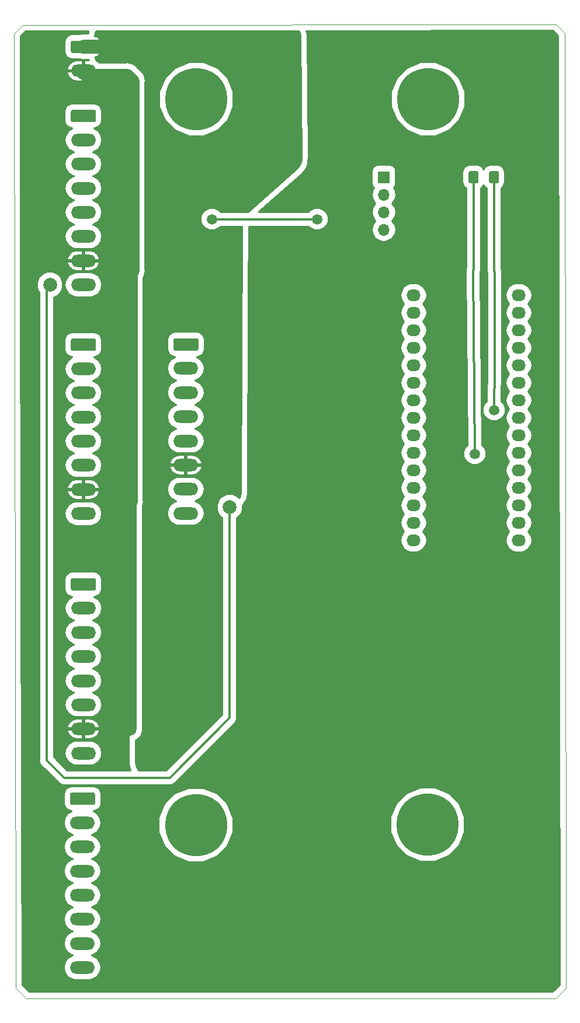
<source format=gbr>
G04 #@! TF.GenerationSoftware,KiCad,Pcbnew,(6.0.0-rc1-dev-347-gd8782b751)*
G04 #@! TF.CreationDate,2019-11-16T19:03:48+01:00*
G04 #@! TF.ProjectId,nano,6E616E6F2E6B696361645F7063620000,rev?*
G04 #@! TF.SameCoordinates,Original*
G04 #@! TF.FileFunction,Copper,L1,Top,Signal*
G04 #@! TF.FilePolarity,Positive*
%FSLAX46Y46*%
G04 Gerber Fmt 4.6, Leading zero omitted, Abs format (unit mm)*
G04 Created by KiCad (PCBNEW (6.0.0-rc1-dev-347-gd8782b751)) date 11/16/19 19:03:48*
%MOMM*%
%LPD*%
G01*
G04 APERTURE LIST*
G04 #@! TA.AperFunction,NonConductor*
%ADD10C,0.100000*%
G04 #@! TD*
G04 #@! TA.AperFunction,ComponentPad*
%ADD11O,1.700000X1.700000*%
G04 #@! TD*
G04 #@! TA.AperFunction,ComponentPad*
%ADD12R,1.700000X1.700000*%
G04 #@! TD*
G04 #@! TA.AperFunction,ComponentPad*
%ADD13O,3.600000X1.800000*%
G04 #@! TD*
G04 #@! TA.AperFunction,Conductor*
%ADD14C,0.100000*%
G04 #@! TD*
G04 #@! TA.AperFunction,ComponentPad*
%ADD15C,1.800000*%
G04 #@! TD*
G04 #@! TA.AperFunction,SMDPad,CuDef*
%ADD16C,1.425000*%
G04 #@! TD*
G04 #@! TA.AperFunction,ComponentPad*
%ADD17C,9.000000*%
G04 #@! TD*
G04 #@! TA.AperFunction,ComponentPad*
%ADD18O,2.032000X1.727200*%
G04 #@! TD*
G04 #@! TA.AperFunction,ViaPad*
%ADD19C,2.000000*%
G04 #@! TD*
G04 #@! TA.AperFunction,ViaPad*
%ADD20C,1.500000*%
G04 #@! TD*
G04 #@! TA.AperFunction,Conductor*
%ADD21C,0.350000*%
G04 #@! TD*
G04 #@! TA.AperFunction,Conductor*
%ADD22C,2.000000*%
G04 #@! TD*
G04 APERTURE END LIST*
D10*
X83312000Y-173228000D02*
X81788000Y-171704000D01*
X82804000Y-32004000D02*
X81534000Y-33274000D01*
X161544000Y-171704000D02*
X160020000Y-173228000D01*
X161353500Y-33210500D02*
X160083500Y-31940500D01*
X110746885Y-148021384D02*
G75*
G03X110746885Y-148021384I-2796885J0D01*
G01*
X144208500Y-148018500D02*
G75*
G03X144208500Y-148018500I-2794000J0D01*
G01*
X110692022Y-42874021D02*
G75*
G03X110692022Y-42874021I-2805522J0D01*
G01*
X144030668Y-42875168D02*
G75*
G03X144030668Y-42875168I-2552668J0D01*
G01*
X81788000Y-171704000D02*
X81534000Y-33274000D01*
X160020000Y-173228000D02*
X83312000Y-173228000D01*
X161353500Y-33210500D02*
X161544000Y-171704000D01*
X82804000Y-32004000D02*
X160083500Y-31940500D01*
D11*
G04 #@! TO.P,Serial_conn1,4*
G04 #@! TO.N,Rx_conn*
X135128000Y-61722000D03*
G04 #@! TO.P,Serial_conn1,3*
G04 #@! TO.N,Tx_conn*
X135128000Y-59182000D03*
G04 #@! TO.P,Serial_conn1,2*
G04 #@! TO.N,GNDS*
X135128000Y-56642000D03*
D12*
G04 #@! TO.P,Serial_conn1,1*
G04 #@! TO.N,5V_ISO*
X135128000Y-54102000D03*
G04 #@! TD*
D13*
G04 #@! TO.P,SIGNAL_SOCKET1,8*
G04 #@! TO.N,EXTRA_ALARM_OUT*
X91440000Y-168772000D03*
G04 #@! TO.P,SIGNAL_SOCKET1,7*
G04 #@! TO.N,EXTRA_ALARM_IN*
X91440000Y-165272000D03*
G04 #@! TO.P,SIGNAL_SOCKET1,6*
G04 #@! TO.N,PROBE_PLATE*
X91440000Y-161772000D03*
G04 #@! TO.P,SIGNAL_SOCKET1,5*
G04 #@! TO.N,GND_SPEED*
X91440000Y-158272000D03*
G04 #@! TO.P,SIGNAL_SOCKET1,4*
G04 #@! TO.N,SIGNAL_SPEED*
X91440000Y-154772000D03*
G04 #@! TO.P,SIGNAL_SOCKET1,3*
G04 #@! TO.N,SOURCE_SPEED*
X91440000Y-151272000D03*
G04 #@! TO.P,SIGNAL_SOCKET1,2*
G04 #@! TO.N,GND_FOR*
X91440000Y-147772000D03*
D14*
G04 #@! TD*
G04 #@! TO.N,SOURCE_FOR*
G04 #@! TO.C,SIGNAL_SOCKET1*
G36*
X93014504Y-143373204D02*
X93038773Y-143376804D01*
X93062571Y-143382765D01*
X93085671Y-143391030D01*
X93107849Y-143401520D01*
X93128893Y-143414133D01*
X93148598Y-143428747D01*
X93166777Y-143445223D01*
X93183253Y-143463402D01*
X93197867Y-143483107D01*
X93210480Y-143504151D01*
X93220970Y-143526329D01*
X93229235Y-143549429D01*
X93235196Y-143573227D01*
X93238796Y-143597496D01*
X93240000Y-143622000D01*
X93240000Y-144922000D01*
X93238796Y-144946504D01*
X93235196Y-144970773D01*
X93229235Y-144994571D01*
X93220970Y-145017671D01*
X93210480Y-145039849D01*
X93197867Y-145060893D01*
X93183253Y-145080598D01*
X93166777Y-145098777D01*
X93148598Y-145115253D01*
X93128893Y-145129867D01*
X93107849Y-145142480D01*
X93085671Y-145152970D01*
X93062571Y-145161235D01*
X93038773Y-145167196D01*
X93014504Y-145170796D01*
X92990000Y-145172000D01*
X89890000Y-145172000D01*
X89865496Y-145170796D01*
X89841227Y-145167196D01*
X89817429Y-145161235D01*
X89794329Y-145152970D01*
X89772151Y-145142480D01*
X89751107Y-145129867D01*
X89731402Y-145115253D01*
X89713223Y-145098777D01*
X89696747Y-145080598D01*
X89682133Y-145060893D01*
X89669520Y-145039849D01*
X89659030Y-145017671D01*
X89650765Y-144994571D01*
X89644804Y-144970773D01*
X89641204Y-144946504D01*
X89640000Y-144922000D01*
X89640000Y-143622000D01*
X89641204Y-143597496D01*
X89644804Y-143573227D01*
X89650765Y-143549429D01*
X89659030Y-143526329D01*
X89669520Y-143504151D01*
X89682133Y-143483107D01*
X89696747Y-143463402D01*
X89713223Y-143445223D01*
X89731402Y-143428747D01*
X89751107Y-143414133D01*
X89772151Y-143401520D01*
X89794329Y-143391030D01*
X89817429Y-143382765D01*
X89841227Y-143376804D01*
X89865496Y-143373204D01*
X89890000Y-143372000D01*
X92990000Y-143372000D01*
X93014504Y-143373204D01*
X93014504Y-143373204D01*
G37*
D15*
G04 #@! TO.P,SIGNAL_SOCKET1,1*
G04 #@! TO.N,SOURCE_FOR*
X91440000Y-144272000D03*
G04 #@! TD*
D13*
G04 #@! TO.P,Z_PLUG_SOCKET1,8*
G04 #@! TO.N,LIM_Z_IN*
X91567000Y-137657000D03*
G04 #@! TO.P,Z_PLUG_SOCKET1,7*
G04 #@! TO.N,GNDPWR*
X91567000Y-134157000D03*
G04 #@! TO.P,Z_PLUG_SOCKET1,6*
G04 #@! TO.N,+36V*
X91567000Y-130657000D03*
G04 #@! TO.P,Z_PLUG_SOCKET1,5*
G04 #@! TO.N,ALARM_IN*
X91567000Y-127157000D03*
G04 #@! TO.P,Z_PLUG_SOCKET1,4*
G04 #@! TO.N,GNDS*
X91567000Y-123657000D03*
G04 #@! TO.P,Z_PLUG_SOCKET1,3*
G04 #@! TO.N,DIR_Z_OUT*
X91567000Y-120157000D03*
G04 #@! TO.P,Z_PLUG_SOCKET1,2*
G04 #@! TO.N,GNDS*
X91567000Y-116657000D03*
D14*
G04 #@! TD*
G04 #@! TO.N,PUL_Z_OUT*
G04 #@! TO.C,Z_PLUG_SOCKET1*
G36*
X93141504Y-112258204D02*
X93165773Y-112261804D01*
X93189571Y-112267765D01*
X93212671Y-112276030D01*
X93234849Y-112286520D01*
X93255893Y-112299133D01*
X93275598Y-112313747D01*
X93293777Y-112330223D01*
X93310253Y-112348402D01*
X93324867Y-112368107D01*
X93337480Y-112389151D01*
X93347970Y-112411329D01*
X93356235Y-112434429D01*
X93362196Y-112458227D01*
X93365796Y-112482496D01*
X93367000Y-112507000D01*
X93367000Y-113807000D01*
X93365796Y-113831504D01*
X93362196Y-113855773D01*
X93356235Y-113879571D01*
X93347970Y-113902671D01*
X93337480Y-113924849D01*
X93324867Y-113945893D01*
X93310253Y-113965598D01*
X93293777Y-113983777D01*
X93275598Y-114000253D01*
X93255893Y-114014867D01*
X93234849Y-114027480D01*
X93212671Y-114037970D01*
X93189571Y-114046235D01*
X93165773Y-114052196D01*
X93141504Y-114055796D01*
X93117000Y-114057000D01*
X90017000Y-114057000D01*
X89992496Y-114055796D01*
X89968227Y-114052196D01*
X89944429Y-114046235D01*
X89921329Y-114037970D01*
X89899151Y-114027480D01*
X89878107Y-114014867D01*
X89858402Y-114000253D01*
X89840223Y-113983777D01*
X89823747Y-113965598D01*
X89809133Y-113945893D01*
X89796520Y-113924849D01*
X89786030Y-113902671D01*
X89777765Y-113879571D01*
X89771804Y-113855773D01*
X89768204Y-113831504D01*
X89767000Y-113807000D01*
X89767000Y-112507000D01*
X89768204Y-112482496D01*
X89771804Y-112458227D01*
X89777765Y-112434429D01*
X89786030Y-112411329D01*
X89796520Y-112389151D01*
X89809133Y-112368107D01*
X89823747Y-112348402D01*
X89840223Y-112330223D01*
X89858402Y-112313747D01*
X89878107Y-112299133D01*
X89899151Y-112286520D01*
X89921329Y-112276030D01*
X89944429Y-112267765D01*
X89968227Y-112261804D01*
X89992496Y-112258204D01*
X90017000Y-112257000D01*
X93117000Y-112257000D01*
X93141504Y-112258204D01*
X93141504Y-112258204D01*
G37*
D15*
G04 #@! TO.P,Z_PLUG_SOCKET1,1*
G04 #@! TO.N,PUL_Z_OUT*
X91567000Y-113157000D03*
G04 #@! TD*
D14*
G04 #@! TO.N,Net-(D1-Pad2)*
G04 #@! TO.C,D1*
G36*
X151580504Y-53228204D02*
X151604773Y-53231804D01*
X151628571Y-53237765D01*
X151651671Y-53246030D01*
X151673849Y-53256520D01*
X151694893Y-53269133D01*
X151714598Y-53283747D01*
X151732777Y-53300223D01*
X151749253Y-53318402D01*
X151763867Y-53338107D01*
X151776480Y-53359151D01*
X151786970Y-53381329D01*
X151795235Y-53404429D01*
X151801196Y-53428227D01*
X151804796Y-53452496D01*
X151806000Y-53477000D01*
X151806000Y-54727000D01*
X151804796Y-54751504D01*
X151801196Y-54775773D01*
X151795235Y-54799571D01*
X151786970Y-54822671D01*
X151776480Y-54844849D01*
X151763867Y-54865893D01*
X151749253Y-54885598D01*
X151732777Y-54903777D01*
X151714598Y-54920253D01*
X151694893Y-54934867D01*
X151673849Y-54947480D01*
X151651671Y-54957970D01*
X151628571Y-54966235D01*
X151604773Y-54972196D01*
X151580504Y-54975796D01*
X151556000Y-54977000D01*
X150631000Y-54977000D01*
X150606496Y-54975796D01*
X150582227Y-54972196D01*
X150558429Y-54966235D01*
X150535329Y-54957970D01*
X150513151Y-54947480D01*
X150492107Y-54934867D01*
X150472402Y-54920253D01*
X150454223Y-54903777D01*
X150437747Y-54885598D01*
X150423133Y-54865893D01*
X150410520Y-54844849D01*
X150400030Y-54822671D01*
X150391765Y-54799571D01*
X150385804Y-54775773D01*
X150382204Y-54751504D01*
X150381000Y-54727000D01*
X150381000Y-53477000D01*
X150382204Y-53452496D01*
X150385804Y-53428227D01*
X150391765Y-53404429D01*
X150400030Y-53381329D01*
X150410520Y-53359151D01*
X150423133Y-53338107D01*
X150437747Y-53318402D01*
X150454223Y-53300223D01*
X150472402Y-53283747D01*
X150492107Y-53269133D01*
X150513151Y-53256520D01*
X150535329Y-53246030D01*
X150558429Y-53237765D01*
X150582227Y-53231804D01*
X150606496Y-53228204D01*
X150631000Y-53227000D01*
X151556000Y-53227000D01*
X151580504Y-53228204D01*
X151580504Y-53228204D01*
G37*
D16*
G04 #@! TD*
G04 #@! TO.P,D1,2*
G04 #@! TO.N,Net-(D1-Pad2)*
X151093500Y-54102000D03*
D14*
G04 #@! TO.N,ABORT*
G04 #@! TO.C,D1*
G36*
X148605504Y-53228204D02*
X148629773Y-53231804D01*
X148653571Y-53237765D01*
X148676671Y-53246030D01*
X148698849Y-53256520D01*
X148719893Y-53269133D01*
X148739598Y-53283747D01*
X148757777Y-53300223D01*
X148774253Y-53318402D01*
X148788867Y-53338107D01*
X148801480Y-53359151D01*
X148811970Y-53381329D01*
X148820235Y-53404429D01*
X148826196Y-53428227D01*
X148829796Y-53452496D01*
X148831000Y-53477000D01*
X148831000Y-54727000D01*
X148829796Y-54751504D01*
X148826196Y-54775773D01*
X148820235Y-54799571D01*
X148811970Y-54822671D01*
X148801480Y-54844849D01*
X148788867Y-54865893D01*
X148774253Y-54885598D01*
X148757777Y-54903777D01*
X148739598Y-54920253D01*
X148719893Y-54934867D01*
X148698849Y-54947480D01*
X148676671Y-54957970D01*
X148653571Y-54966235D01*
X148629773Y-54972196D01*
X148605504Y-54975796D01*
X148581000Y-54977000D01*
X147656000Y-54977000D01*
X147631496Y-54975796D01*
X147607227Y-54972196D01*
X147583429Y-54966235D01*
X147560329Y-54957970D01*
X147538151Y-54947480D01*
X147517107Y-54934867D01*
X147497402Y-54920253D01*
X147479223Y-54903777D01*
X147462747Y-54885598D01*
X147448133Y-54865893D01*
X147435520Y-54844849D01*
X147425030Y-54822671D01*
X147416765Y-54799571D01*
X147410804Y-54775773D01*
X147407204Y-54751504D01*
X147406000Y-54727000D01*
X147406000Y-53477000D01*
X147407204Y-53452496D01*
X147410804Y-53428227D01*
X147416765Y-53404429D01*
X147425030Y-53381329D01*
X147435520Y-53359151D01*
X147448133Y-53338107D01*
X147462747Y-53318402D01*
X147479223Y-53300223D01*
X147497402Y-53283747D01*
X147517107Y-53269133D01*
X147538151Y-53256520D01*
X147560329Y-53246030D01*
X147583429Y-53237765D01*
X147607227Y-53231804D01*
X147631496Y-53228204D01*
X147656000Y-53227000D01*
X148581000Y-53227000D01*
X148605504Y-53228204D01*
X148605504Y-53228204D01*
G37*
D16*
G04 #@! TD*
G04 #@! TO.P,D1,1*
G04 #@! TO.N,ABORT*
X148118500Y-54102000D03*
D13*
G04 #@! TO.P,PWR_IN1,2*
G04 #@! TO.N,GNDPWR*
X91567000Y-38679000D03*
D14*
G04 #@! TD*
G04 #@! TO.N,+36V*
G04 #@! TO.C,PWR_IN1*
G36*
X93141504Y-34280204D02*
X93165773Y-34283804D01*
X93189571Y-34289765D01*
X93212671Y-34298030D01*
X93234849Y-34308520D01*
X93255893Y-34321133D01*
X93275598Y-34335747D01*
X93293777Y-34352223D01*
X93310253Y-34370402D01*
X93324867Y-34390107D01*
X93337480Y-34411151D01*
X93347970Y-34433329D01*
X93356235Y-34456429D01*
X93362196Y-34480227D01*
X93365796Y-34504496D01*
X93367000Y-34529000D01*
X93367000Y-35829000D01*
X93365796Y-35853504D01*
X93362196Y-35877773D01*
X93356235Y-35901571D01*
X93347970Y-35924671D01*
X93337480Y-35946849D01*
X93324867Y-35967893D01*
X93310253Y-35987598D01*
X93293777Y-36005777D01*
X93275598Y-36022253D01*
X93255893Y-36036867D01*
X93234849Y-36049480D01*
X93212671Y-36059970D01*
X93189571Y-36068235D01*
X93165773Y-36074196D01*
X93141504Y-36077796D01*
X93117000Y-36079000D01*
X90017000Y-36079000D01*
X89992496Y-36077796D01*
X89968227Y-36074196D01*
X89944429Y-36068235D01*
X89921329Y-36059970D01*
X89899151Y-36049480D01*
X89878107Y-36036867D01*
X89858402Y-36022253D01*
X89840223Y-36005777D01*
X89823747Y-35987598D01*
X89809133Y-35967893D01*
X89796520Y-35946849D01*
X89786030Y-35924671D01*
X89777765Y-35901571D01*
X89771804Y-35877773D01*
X89768204Y-35853504D01*
X89767000Y-35829000D01*
X89767000Y-34529000D01*
X89768204Y-34504496D01*
X89771804Y-34480227D01*
X89777765Y-34456429D01*
X89786030Y-34433329D01*
X89796520Y-34411151D01*
X89809133Y-34390107D01*
X89823747Y-34370402D01*
X89840223Y-34352223D01*
X89858402Y-34335747D01*
X89878107Y-34321133D01*
X89899151Y-34308520D01*
X89921329Y-34298030D01*
X89944429Y-34289765D01*
X89968227Y-34283804D01*
X89992496Y-34280204D01*
X90017000Y-34279000D01*
X93117000Y-34279000D01*
X93141504Y-34280204D01*
X93141504Y-34280204D01*
G37*
D15*
G04 #@! TO.P,PWR_IN1,1*
G04 #@! TO.N,+36V*
X91567000Y-35179000D03*
G04 #@! TD*
D13*
G04 #@! TO.P,Y2_PLUG_SOCKET1,8*
G04 #@! TO.N,LIM_Y_IN*
X106426000Y-102859000D03*
G04 #@! TO.P,Y2_PLUG_SOCKET1,7*
G04 #@! TO.N,GNDPWR*
X106426000Y-99359000D03*
G04 #@! TO.P,Y2_PLUG_SOCKET1,6*
G04 #@! TO.N,+36V*
X106426000Y-95859000D03*
G04 #@! TO.P,Y2_PLUG_SOCKET1,5*
G04 #@! TO.N,ALARM_IN*
X106426000Y-92359000D03*
G04 #@! TO.P,Y2_PLUG_SOCKET1,4*
G04 #@! TO.N,GNDS*
X106426000Y-88859000D03*
G04 #@! TO.P,Y2_PLUG_SOCKET1,3*
G04 #@! TO.N,DIR_Y_OUT*
X106426000Y-85359000D03*
G04 #@! TO.P,Y2_PLUG_SOCKET1,2*
G04 #@! TO.N,GNDS*
X106426000Y-81859000D03*
D14*
G04 #@! TD*
G04 #@! TO.N,PUL_Y_OUT*
G04 #@! TO.C,Y2_PLUG_SOCKET1*
G36*
X108000504Y-77460204D02*
X108024773Y-77463804D01*
X108048571Y-77469765D01*
X108071671Y-77478030D01*
X108093849Y-77488520D01*
X108114893Y-77501133D01*
X108134598Y-77515747D01*
X108152777Y-77532223D01*
X108169253Y-77550402D01*
X108183867Y-77570107D01*
X108196480Y-77591151D01*
X108206970Y-77613329D01*
X108215235Y-77636429D01*
X108221196Y-77660227D01*
X108224796Y-77684496D01*
X108226000Y-77709000D01*
X108226000Y-79009000D01*
X108224796Y-79033504D01*
X108221196Y-79057773D01*
X108215235Y-79081571D01*
X108206970Y-79104671D01*
X108196480Y-79126849D01*
X108183867Y-79147893D01*
X108169253Y-79167598D01*
X108152777Y-79185777D01*
X108134598Y-79202253D01*
X108114893Y-79216867D01*
X108093849Y-79229480D01*
X108071671Y-79239970D01*
X108048571Y-79248235D01*
X108024773Y-79254196D01*
X108000504Y-79257796D01*
X107976000Y-79259000D01*
X104876000Y-79259000D01*
X104851496Y-79257796D01*
X104827227Y-79254196D01*
X104803429Y-79248235D01*
X104780329Y-79239970D01*
X104758151Y-79229480D01*
X104737107Y-79216867D01*
X104717402Y-79202253D01*
X104699223Y-79185777D01*
X104682747Y-79167598D01*
X104668133Y-79147893D01*
X104655520Y-79126849D01*
X104645030Y-79104671D01*
X104636765Y-79081571D01*
X104630804Y-79057773D01*
X104627204Y-79033504D01*
X104626000Y-79009000D01*
X104626000Y-77709000D01*
X104627204Y-77684496D01*
X104630804Y-77660227D01*
X104636765Y-77636429D01*
X104645030Y-77613329D01*
X104655520Y-77591151D01*
X104668133Y-77570107D01*
X104682747Y-77550402D01*
X104699223Y-77532223D01*
X104717402Y-77515747D01*
X104737107Y-77501133D01*
X104758151Y-77488520D01*
X104780329Y-77478030D01*
X104803429Y-77469765D01*
X104827227Y-77463804D01*
X104851496Y-77460204D01*
X104876000Y-77459000D01*
X107976000Y-77459000D01*
X108000504Y-77460204D01*
X108000504Y-77460204D01*
G37*
D15*
G04 #@! TO.P,Y2_PLUG_SOCKET1,1*
G04 #@! TO.N,PUL_Y_OUT*
X106426000Y-78359000D03*
G04 #@! TD*
D13*
G04 #@! TO.P,Y1_PLUG_SOCKET1,8*
G04 #@! TO.N,LIM_Y_IN*
X91567000Y-102910278D03*
G04 #@! TO.P,Y1_PLUG_SOCKET1,7*
G04 #@! TO.N,GNDPWR*
X91567000Y-99410278D03*
G04 #@! TO.P,Y1_PLUG_SOCKET1,6*
G04 #@! TO.N,+36V*
X91567000Y-95910278D03*
G04 #@! TO.P,Y1_PLUG_SOCKET1,5*
G04 #@! TO.N,ALARM_IN*
X91567000Y-92410278D03*
G04 #@! TO.P,Y1_PLUG_SOCKET1,4*
G04 #@! TO.N,GNDS*
X91567000Y-88910278D03*
G04 #@! TO.P,Y1_PLUG_SOCKET1,3*
G04 #@! TO.N,DIR_Y_OUT*
X91567000Y-85410278D03*
G04 #@! TO.P,Y1_PLUG_SOCKET1,2*
G04 #@! TO.N,GNDS*
X91567000Y-81910278D03*
D14*
G04 #@! TD*
G04 #@! TO.N,PUL_Y_OUT*
G04 #@! TO.C,Y1_PLUG_SOCKET1*
G36*
X93141504Y-77511482D02*
X93165773Y-77515082D01*
X93189571Y-77521043D01*
X93212671Y-77529308D01*
X93234849Y-77539798D01*
X93255893Y-77552411D01*
X93275598Y-77567025D01*
X93293777Y-77583501D01*
X93310253Y-77601680D01*
X93324867Y-77621385D01*
X93337480Y-77642429D01*
X93347970Y-77664607D01*
X93356235Y-77687707D01*
X93362196Y-77711505D01*
X93365796Y-77735774D01*
X93367000Y-77760278D01*
X93367000Y-79060278D01*
X93365796Y-79084782D01*
X93362196Y-79109051D01*
X93356235Y-79132849D01*
X93347970Y-79155949D01*
X93337480Y-79178127D01*
X93324867Y-79199171D01*
X93310253Y-79218876D01*
X93293777Y-79237055D01*
X93275598Y-79253531D01*
X93255893Y-79268145D01*
X93234849Y-79280758D01*
X93212671Y-79291248D01*
X93189571Y-79299513D01*
X93165773Y-79305474D01*
X93141504Y-79309074D01*
X93117000Y-79310278D01*
X90017000Y-79310278D01*
X89992496Y-79309074D01*
X89968227Y-79305474D01*
X89944429Y-79299513D01*
X89921329Y-79291248D01*
X89899151Y-79280758D01*
X89878107Y-79268145D01*
X89858402Y-79253531D01*
X89840223Y-79237055D01*
X89823747Y-79218876D01*
X89809133Y-79199171D01*
X89796520Y-79178127D01*
X89786030Y-79155949D01*
X89777765Y-79132849D01*
X89771804Y-79109051D01*
X89768204Y-79084782D01*
X89767000Y-79060278D01*
X89767000Y-77760278D01*
X89768204Y-77735774D01*
X89771804Y-77711505D01*
X89777765Y-77687707D01*
X89786030Y-77664607D01*
X89796520Y-77642429D01*
X89809133Y-77621385D01*
X89823747Y-77601680D01*
X89840223Y-77583501D01*
X89858402Y-77567025D01*
X89878107Y-77552411D01*
X89899151Y-77539798D01*
X89921329Y-77529308D01*
X89944429Y-77521043D01*
X89968227Y-77515082D01*
X89992496Y-77511482D01*
X90017000Y-77510278D01*
X93117000Y-77510278D01*
X93141504Y-77511482D01*
X93141504Y-77511482D01*
G37*
D15*
G04 #@! TO.P,Y1_PLUG_SOCKET1,1*
G04 #@! TO.N,PUL_Y_OUT*
X91567000Y-78410278D03*
G04 #@! TD*
D13*
G04 #@! TO.P,X_PLUG_SOCKET1,8*
G04 #@! TO.N,LIM_X_IN*
X91567000Y-69712000D03*
G04 #@! TO.P,X_PLUG_SOCKET1,7*
G04 #@! TO.N,GNDPWR*
X91567000Y-66212000D03*
G04 #@! TO.P,X_PLUG_SOCKET1,6*
G04 #@! TO.N,+36V*
X91567000Y-62712000D03*
G04 #@! TO.P,X_PLUG_SOCKET1,5*
G04 #@! TO.N,ALARM_IN*
X91567000Y-59212000D03*
G04 #@! TO.P,X_PLUG_SOCKET1,4*
G04 #@! TO.N,GNDS*
X91567000Y-55712000D03*
G04 #@! TO.P,X_PLUG_SOCKET1,3*
G04 #@! TO.N,DIR_X_OUT*
X91567000Y-52212000D03*
G04 #@! TO.P,X_PLUG_SOCKET1,2*
G04 #@! TO.N,GNDS*
X91567000Y-48712000D03*
D14*
G04 #@! TD*
G04 #@! TO.N,PUL_X_OUT*
G04 #@! TO.C,X_PLUG_SOCKET1*
G36*
X93141504Y-44313204D02*
X93165773Y-44316804D01*
X93189571Y-44322765D01*
X93212671Y-44331030D01*
X93234849Y-44341520D01*
X93255893Y-44354133D01*
X93275598Y-44368747D01*
X93293777Y-44385223D01*
X93310253Y-44403402D01*
X93324867Y-44423107D01*
X93337480Y-44444151D01*
X93347970Y-44466329D01*
X93356235Y-44489429D01*
X93362196Y-44513227D01*
X93365796Y-44537496D01*
X93367000Y-44562000D01*
X93367000Y-45862000D01*
X93365796Y-45886504D01*
X93362196Y-45910773D01*
X93356235Y-45934571D01*
X93347970Y-45957671D01*
X93337480Y-45979849D01*
X93324867Y-46000893D01*
X93310253Y-46020598D01*
X93293777Y-46038777D01*
X93275598Y-46055253D01*
X93255893Y-46069867D01*
X93234849Y-46082480D01*
X93212671Y-46092970D01*
X93189571Y-46101235D01*
X93165773Y-46107196D01*
X93141504Y-46110796D01*
X93117000Y-46112000D01*
X90017000Y-46112000D01*
X89992496Y-46110796D01*
X89968227Y-46107196D01*
X89944429Y-46101235D01*
X89921329Y-46092970D01*
X89899151Y-46082480D01*
X89878107Y-46069867D01*
X89858402Y-46055253D01*
X89840223Y-46038777D01*
X89823747Y-46020598D01*
X89809133Y-46000893D01*
X89796520Y-45979849D01*
X89786030Y-45957671D01*
X89777765Y-45934571D01*
X89771804Y-45910773D01*
X89768204Y-45886504D01*
X89767000Y-45862000D01*
X89767000Y-44562000D01*
X89768204Y-44537496D01*
X89771804Y-44513227D01*
X89777765Y-44489429D01*
X89786030Y-44466329D01*
X89796520Y-44444151D01*
X89809133Y-44423107D01*
X89823747Y-44403402D01*
X89840223Y-44385223D01*
X89858402Y-44368747D01*
X89878107Y-44354133D01*
X89899151Y-44341520D01*
X89921329Y-44331030D01*
X89944429Y-44322765D01*
X89968227Y-44316804D01*
X89992496Y-44313204D01*
X90017000Y-44312000D01*
X93117000Y-44312000D01*
X93141504Y-44313204D01*
X93141504Y-44313204D01*
G37*
D15*
G04 #@! TO.P,X_PLUG_SOCKET1,1*
G04 #@! TO.N,PUL_X_OUT*
X91567000Y-45212000D03*
G04 #@! TD*
D17*
G04 #@! TO.P,MH4,1*
G04 #@! TO.N,N/C*
X107886500Y-148082000D03*
G04 #@! TD*
G04 #@! TO.P,MH3,1*
G04 #@! TO.N,N/C*
X141478000Y-148018500D03*
G04 #@! TD*
G04 #@! TO.P,MH2,1*
G04 #@! TO.N,N/C*
X107950000Y-42799000D03*
G04 #@! TD*
G04 #@! TO.P,MH1,1*
G04 #@! TO.N,N/C*
X141541500Y-42799000D03*
G04 #@! TD*
D18*
G04 #@! TO.P,P1,1*
G04 #@! TO.N,Tx*
X139446000Y-71247000D03*
G04 #@! TO.P,P1,2*
G04 #@! TO.N,Rx*
X139446000Y-73787000D03*
G04 #@! TO.P,P1,3*
G04 #@! TO.N,RESET*
X139446000Y-76327000D03*
G04 #@! TO.P,P1,4*
G04 #@! TO.N,GND*
X139446000Y-78867000D03*
G04 #@! TO.P,P1,5*
G04 #@! TO.N,PUL_X*
X139446000Y-81407000D03*
G04 #@! TO.P,P1,6*
G04 #@! TO.N,PUL_Y*
X139446000Y-83947000D03*
G04 #@! TO.P,P1,7*
G04 #@! TO.N,PUL_Z*
X139446000Y-86487000D03*
G04 #@! TO.P,P1,8*
G04 #@! TO.N,DIR_X*
X139446000Y-89027000D03*
G04 #@! TO.P,P1,9*
G04 #@! TO.N,DIR_Y*
X139446000Y-91567000D03*
G04 #@! TO.P,P1,10*
G04 #@! TO.N,DIR_Z*
X139446000Y-94107000D03*
G04 #@! TO.P,P1,11*
G04 #@! TO.N,N/C*
X139446000Y-96647000D03*
G04 #@! TO.P,P1,12*
G04 #@! TO.N,LIM_X*
X139446000Y-99187000D03*
G04 #@! TO.P,P1,13*
G04 #@! TO.N,LIM_Y*
X139446000Y-101727000D03*
G04 #@! TO.P,P1,14*
G04 #@! TO.N,SPINDLE_PWM*
X139446000Y-104267000D03*
G04 #@! TO.P,P1,15*
G04 #@! TO.N,LIM_Z*
X139446000Y-106807000D03*
G04 #@! TD*
G04 #@! TO.P,P2,1*
G04 #@! TO.N,N/C*
X154686000Y-71247000D03*
G04 #@! TO.P,P2,2*
G04 #@! TO.N,GND*
X154686000Y-73787000D03*
G04 #@! TO.P,P2,3*
G04 #@! TO.N,N/C*
X154686000Y-76327000D03*
G04 #@! TO.P,P2,4*
G04 #@! TO.N,+5V*
X154686000Y-78867000D03*
G04 #@! TO.P,P2,5*
G04 #@! TO.N,N/C*
X154686000Y-81407000D03*
G04 #@! TO.P,P2,6*
X154686000Y-83947000D03*
G04 #@! TO.P,P2,7*
G04 #@! TO.N,PROBE*
X154686000Y-86487000D03*
G04 #@! TO.P,P2,8*
G04 #@! TO.N,N/C*
X154686000Y-89027000D03*
G04 #@! TO.P,P2,9*
X154686000Y-91567000D03*
G04 #@! TO.P,P2,10*
X154686000Y-94107000D03*
G04 #@! TO.P,P2,11*
X154686000Y-96647000D03*
G04 #@! TO.P,P2,12*
G04 #@! TO.N,ABORT*
X154686000Y-99187000D03*
G04 #@! TO.P,P2,13*
G04 #@! TO.N,N/C*
X154686000Y-101727000D03*
G04 #@! TO.P,P2,14*
X154686000Y-104267000D03*
G04 #@! TO.P,P2,15*
G04 #@! TO.N,SPINDLE_EN*
X154686000Y-106807000D03*
G04 #@! TD*
D19*
G04 #@! TO.N,GNDPWR*
X98679000Y-66167000D03*
X98298000Y-99441000D03*
X98298000Y-134112000D03*
X98298000Y-40132000D03*
G04 #@! TO.N,+36V*
X101346000Y-96012000D03*
X97917000Y-35179000D03*
X101473000Y-62738000D03*
X101346000Y-130683000D03*
D20*
G04 #@! TO.N,ABORT*
X148336000Y-94234000D03*
D19*
G04 #@! TO.N,LIM_X_IN*
X112776000Y-101981000D03*
X86741000Y-69723000D03*
D20*
G04 #@! TO.N,GNDS*
X110236000Y-60198000D03*
X125476000Y-60198000D03*
G04 #@! TO.N,Net-(D1-Pad2)*
X151130000Y-87884000D03*
G04 #@! TD*
D21*
G04 #@! TO.N,GND*
X154686000Y-73787000D02*
X154533600Y-73787000D01*
D22*
G04 #@! TO.N,GNDPWR*
X98044000Y-40767000D02*
X98679000Y-40132000D01*
X97790000Y-40767000D02*
X98044000Y-40767000D01*
X92202000Y-38989000D02*
X91567000Y-38989000D01*
X92583000Y-39370000D02*
X92202000Y-38989000D01*
X98679000Y-40132000D02*
X97917000Y-39370000D01*
X97917000Y-39370000D02*
X92583000Y-39370000D01*
X98679000Y-67691000D02*
X98425000Y-67945000D01*
X98679000Y-40132000D02*
X98679000Y-67691000D01*
X98425000Y-67945000D02*
X98425000Y-101219000D01*
X98425000Y-101219000D02*
X98298000Y-101346000D01*
X98298000Y-101346000D02*
X98298000Y-133985000D01*
G04 #@! TO.N,+36V*
X91567000Y-35179000D02*
X97917000Y-35179000D01*
X101346000Y-128905000D02*
X101346000Y-130683000D01*
X101346000Y-128905000D02*
X101346000Y-130302000D01*
X100584000Y-35179000D02*
X101473000Y-36068000D01*
X97917000Y-35179000D02*
X100584000Y-35179000D01*
X101473000Y-36068000D02*
X101473000Y-97282000D01*
X101346000Y-97409000D02*
X101346000Y-128905000D01*
X101473000Y-97282000D02*
X101346000Y-97409000D01*
D21*
G04 #@! TO.N,ABORT*
X148118500Y-54356000D02*
X148118500Y-66548000D01*
X148118500Y-66040000D02*
X148118500Y-66548000D01*
X148118500Y-67527500D02*
X148118500Y-66548000D01*
X148082000Y-67564000D02*
X148118500Y-67527500D01*
X148336000Y-94234000D02*
X148082000Y-67564000D01*
G04 #@! TO.N,LIM_X_IN*
X88138000Y-140589000D02*
X87756994Y-140207994D01*
X86223011Y-69732989D02*
X86233000Y-69723000D01*
X88138000Y-140589000D02*
X86223011Y-138674011D01*
X86223011Y-138674011D02*
X86223011Y-69732989D01*
X88773000Y-141224000D02*
X88138000Y-140589000D01*
X104076500Y-141224000D02*
X88773000Y-141224000D01*
X112776000Y-101981000D02*
X112776000Y-132524500D01*
X112776000Y-132524500D02*
X104076500Y-141224000D01*
G04 #@! TO.N,GNDS*
X125476000Y-60198000D02*
X110236000Y-60198000D01*
G04 #@! TO.N,Net-(D1-Pad2)*
X151130000Y-87884000D02*
X151166500Y-81751500D01*
X151093500Y-67745000D02*
X151166500Y-67818000D01*
X151166500Y-81751500D02*
X151166500Y-67818000D01*
X151093500Y-55331000D02*
X151093500Y-66802000D01*
X151093500Y-54356000D02*
X151093500Y-55331000D01*
X151093500Y-66040000D02*
X151093500Y-66802000D01*
X151093500Y-66802000D02*
X151093500Y-67745000D01*
G04 #@! TD*
G04 #@! TO.N,+36V*
G36*
X122902523Y-33201049D02*
X122969848Y-33681106D01*
X123133485Y-51462994D01*
X123062640Y-51989973D01*
X122851312Y-52464075D01*
X122506754Y-52869040D01*
X115447264Y-59098000D01*
X111504807Y-59098000D01*
X111184811Y-58778004D01*
X110569178Y-58523000D01*
X109902822Y-58523000D01*
X109287189Y-58778004D01*
X108816004Y-59249189D01*
X108561000Y-59864822D01*
X108561000Y-60531178D01*
X108816004Y-61146811D01*
X109287189Y-61617996D01*
X109902822Y-61873000D01*
X110569178Y-61873000D01*
X111184811Y-61617996D01*
X111504807Y-61298000D01*
X114501985Y-61298000D01*
X114382233Y-99798312D01*
X114288078Y-100378003D01*
X114154310Y-100636949D01*
X113866425Y-100349064D01*
X113158906Y-100056000D01*
X112393094Y-100056000D01*
X111685575Y-100349064D01*
X111144064Y-100890575D01*
X110851000Y-101598094D01*
X110851000Y-102363906D01*
X111144064Y-103071425D01*
X111676000Y-103603361D01*
X111676001Y-132068864D01*
X103620866Y-140124000D01*
X99598809Y-140124000D01*
X99453761Y-139933109D01*
X99273436Y-139490638D01*
X99212804Y-139004986D01*
X99235789Y-135807160D01*
X99388425Y-135743936D01*
X99929936Y-135202425D01*
X100223000Y-134494906D01*
X100223000Y-101993009D01*
X100238309Y-101970097D01*
X100350000Y-101408590D01*
X100350000Y-101408586D01*
X100387711Y-101219001D01*
X100350000Y-101029415D01*
X100350000Y-99359000D01*
X103665247Y-99359000D01*
X103806888Y-100071079D01*
X104210249Y-100674751D01*
X104813921Y-101078112D01*
X104969206Y-101109000D01*
X104813921Y-101139888D01*
X104210249Y-101543249D01*
X103806888Y-102146921D01*
X103665247Y-102859000D01*
X103806888Y-103571079D01*
X104210249Y-104174751D01*
X104813921Y-104578112D01*
X105346257Y-104684000D01*
X107505743Y-104684000D01*
X108038079Y-104578112D01*
X108641751Y-104174751D01*
X109045112Y-103571079D01*
X109186753Y-102859000D01*
X109045112Y-102146921D01*
X108641751Y-101543249D01*
X108038079Y-101139888D01*
X107882794Y-101109000D01*
X108038079Y-101078112D01*
X108641751Y-100674751D01*
X109045112Y-100071079D01*
X109186753Y-99359000D01*
X109045112Y-98646921D01*
X108641751Y-98043249D01*
X108038079Y-97639888D01*
X107505743Y-97534000D01*
X105346257Y-97534000D01*
X104813921Y-97639888D01*
X104210249Y-98043249D01*
X103806888Y-98646921D01*
X103665247Y-99359000D01*
X100350000Y-99359000D01*
X100350000Y-96171351D01*
X104033330Y-96171351D01*
X104088382Y-96373301D01*
X104394629Y-96884305D01*
X104873117Y-97239215D01*
X105451000Y-97384000D01*
X106351000Y-97384000D01*
X106351000Y-95934000D01*
X106501000Y-95934000D01*
X106501000Y-97384000D01*
X107401000Y-97384000D01*
X107978883Y-97239215D01*
X108457371Y-96884305D01*
X108763618Y-96373301D01*
X108818670Y-96171351D01*
X108692694Y-95934000D01*
X106501000Y-95934000D01*
X106351000Y-95934000D01*
X104159306Y-95934000D01*
X104033330Y-96171351D01*
X100350000Y-96171351D01*
X100350000Y-95546649D01*
X104033330Y-95546649D01*
X104159306Y-95784000D01*
X106351000Y-95784000D01*
X106351000Y-94334000D01*
X106501000Y-94334000D01*
X106501000Y-95784000D01*
X108692694Y-95784000D01*
X108818670Y-95546649D01*
X108763618Y-95344699D01*
X108457371Y-94833695D01*
X107978883Y-94478785D01*
X107401000Y-94334000D01*
X106501000Y-94334000D01*
X106351000Y-94334000D01*
X105451000Y-94334000D01*
X104873117Y-94478785D01*
X104394629Y-94833695D01*
X104088382Y-95344699D01*
X104033330Y-95546649D01*
X100350000Y-95546649D01*
X100350000Y-81859000D01*
X103665247Y-81859000D01*
X103806888Y-82571079D01*
X104210249Y-83174751D01*
X104813921Y-83578112D01*
X104969206Y-83609000D01*
X104813921Y-83639888D01*
X104210249Y-84043249D01*
X103806888Y-84646921D01*
X103665247Y-85359000D01*
X103806888Y-86071079D01*
X104210249Y-86674751D01*
X104813921Y-87078112D01*
X104969206Y-87109000D01*
X104813921Y-87139888D01*
X104210249Y-87543249D01*
X103806888Y-88146921D01*
X103665247Y-88859000D01*
X103806888Y-89571079D01*
X104210249Y-90174751D01*
X104813921Y-90578112D01*
X104969206Y-90609000D01*
X104813921Y-90639888D01*
X104210249Y-91043249D01*
X103806888Y-91646921D01*
X103665247Y-92359000D01*
X103806888Y-93071079D01*
X104210249Y-93674751D01*
X104813921Y-94078112D01*
X105346257Y-94184000D01*
X107505743Y-94184000D01*
X108038079Y-94078112D01*
X108641751Y-93674751D01*
X109045112Y-93071079D01*
X109186753Y-92359000D01*
X109045112Y-91646921D01*
X108641751Y-91043249D01*
X108038079Y-90639888D01*
X107882794Y-90609000D01*
X108038079Y-90578112D01*
X108641751Y-90174751D01*
X109045112Y-89571079D01*
X109186753Y-88859000D01*
X109045112Y-88146921D01*
X108641751Y-87543249D01*
X108038079Y-87139888D01*
X107882794Y-87109000D01*
X108038079Y-87078112D01*
X108641751Y-86674751D01*
X109045112Y-86071079D01*
X109186753Y-85359000D01*
X109045112Y-84646921D01*
X108641751Y-84043249D01*
X108038079Y-83639888D01*
X107882794Y-83609000D01*
X108038079Y-83578112D01*
X108641751Y-83174751D01*
X109045112Y-82571079D01*
X109186753Y-81859000D01*
X109045112Y-81146921D01*
X108641751Y-80543249D01*
X108095610Y-80178329D01*
X108432588Y-80111300D01*
X108819664Y-79852664D01*
X109078300Y-79465588D01*
X109169121Y-79009000D01*
X109169121Y-77709000D01*
X109078300Y-77252412D01*
X108819664Y-76865336D01*
X108432588Y-76606700D01*
X107976000Y-76515879D01*
X104876000Y-76515879D01*
X104419412Y-76606700D01*
X104032336Y-76865336D01*
X103773700Y-77252412D01*
X103682879Y-77709000D01*
X103682879Y-79009000D01*
X103773700Y-79465588D01*
X104032336Y-79852664D01*
X104419412Y-80111300D01*
X104756390Y-80178329D01*
X104210249Y-80543249D01*
X103806888Y-81146921D01*
X103665247Y-81859000D01*
X100350000Y-81859000D01*
X100350000Y-68655078D01*
X100492309Y-68442097D01*
X100604000Y-67880590D01*
X100604000Y-67880586D01*
X100641711Y-67691001D01*
X100604000Y-67501415D01*
X100604000Y-41719900D01*
X102525000Y-41719900D01*
X102525000Y-43878100D01*
X103350907Y-45872016D01*
X104876984Y-47398093D01*
X106870900Y-48224000D01*
X109029100Y-48224000D01*
X111023016Y-47398093D01*
X112549093Y-45872016D01*
X113375000Y-43878100D01*
X113375000Y-41719900D01*
X112549093Y-39725984D01*
X111023016Y-38199907D01*
X109029100Y-37374000D01*
X106870900Y-37374000D01*
X104876984Y-38199907D01*
X103350907Y-39725984D01*
X102525000Y-41719900D01*
X100604000Y-41719900D01*
X100604000Y-40321590D01*
X100641712Y-40132000D01*
X100492309Y-39380902D01*
X100300820Y-39094319D01*
X100066847Y-38744153D01*
X99906117Y-38636757D01*
X99412243Y-38142883D01*
X99304847Y-37982153D01*
X98668097Y-37556691D01*
X98106590Y-37445000D01*
X98106589Y-37445000D01*
X97917000Y-37407288D01*
X97727411Y-37445000D01*
X93837375Y-37445000D01*
X93782751Y-37363249D01*
X93461373Y-37148511D01*
X93452705Y-37131559D01*
X93379303Y-36704000D01*
X93491320Y-36704000D01*
X93721034Y-36608849D01*
X93896850Y-36433034D01*
X93992000Y-36203320D01*
X93992000Y-35410250D01*
X93835750Y-35254000D01*
X93332712Y-35254000D01*
X93329909Y-35104000D01*
X93835750Y-35104000D01*
X93992000Y-34947750D01*
X93992000Y-34154680D01*
X93896850Y-33924966D01*
X93721034Y-33749151D01*
X93491320Y-33654000D01*
X93313205Y-33654000D01*
X93360276Y-33242043D01*
X93468424Y-32970237D01*
X122794869Y-32946140D01*
X122902523Y-33201049D01*
X122902523Y-33201049D01*
G37*
X122902523Y-33201049D02*
X122969848Y-33681106D01*
X123133485Y-51462994D01*
X123062640Y-51989973D01*
X122851312Y-52464075D01*
X122506754Y-52869040D01*
X115447264Y-59098000D01*
X111504807Y-59098000D01*
X111184811Y-58778004D01*
X110569178Y-58523000D01*
X109902822Y-58523000D01*
X109287189Y-58778004D01*
X108816004Y-59249189D01*
X108561000Y-59864822D01*
X108561000Y-60531178D01*
X108816004Y-61146811D01*
X109287189Y-61617996D01*
X109902822Y-61873000D01*
X110569178Y-61873000D01*
X111184811Y-61617996D01*
X111504807Y-61298000D01*
X114501985Y-61298000D01*
X114382233Y-99798312D01*
X114288078Y-100378003D01*
X114154310Y-100636949D01*
X113866425Y-100349064D01*
X113158906Y-100056000D01*
X112393094Y-100056000D01*
X111685575Y-100349064D01*
X111144064Y-100890575D01*
X110851000Y-101598094D01*
X110851000Y-102363906D01*
X111144064Y-103071425D01*
X111676000Y-103603361D01*
X111676001Y-132068864D01*
X103620866Y-140124000D01*
X99598809Y-140124000D01*
X99453761Y-139933109D01*
X99273436Y-139490638D01*
X99212804Y-139004986D01*
X99235789Y-135807160D01*
X99388425Y-135743936D01*
X99929936Y-135202425D01*
X100223000Y-134494906D01*
X100223000Y-101993009D01*
X100238309Y-101970097D01*
X100350000Y-101408590D01*
X100350000Y-101408586D01*
X100387711Y-101219001D01*
X100350000Y-101029415D01*
X100350000Y-99359000D01*
X103665247Y-99359000D01*
X103806888Y-100071079D01*
X104210249Y-100674751D01*
X104813921Y-101078112D01*
X104969206Y-101109000D01*
X104813921Y-101139888D01*
X104210249Y-101543249D01*
X103806888Y-102146921D01*
X103665247Y-102859000D01*
X103806888Y-103571079D01*
X104210249Y-104174751D01*
X104813921Y-104578112D01*
X105346257Y-104684000D01*
X107505743Y-104684000D01*
X108038079Y-104578112D01*
X108641751Y-104174751D01*
X109045112Y-103571079D01*
X109186753Y-102859000D01*
X109045112Y-102146921D01*
X108641751Y-101543249D01*
X108038079Y-101139888D01*
X107882794Y-101109000D01*
X108038079Y-101078112D01*
X108641751Y-100674751D01*
X109045112Y-100071079D01*
X109186753Y-99359000D01*
X109045112Y-98646921D01*
X108641751Y-98043249D01*
X108038079Y-97639888D01*
X107505743Y-97534000D01*
X105346257Y-97534000D01*
X104813921Y-97639888D01*
X104210249Y-98043249D01*
X103806888Y-98646921D01*
X103665247Y-99359000D01*
X100350000Y-99359000D01*
X100350000Y-96171351D01*
X104033330Y-96171351D01*
X104088382Y-96373301D01*
X104394629Y-96884305D01*
X104873117Y-97239215D01*
X105451000Y-97384000D01*
X106351000Y-97384000D01*
X106351000Y-95934000D01*
X106501000Y-95934000D01*
X106501000Y-97384000D01*
X107401000Y-97384000D01*
X107978883Y-97239215D01*
X108457371Y-96884305D01*
X108763618Y-96373301D01*
X108818670Y-96171351D01*
X108692694Y-95934000D01*
X106501000Y-95934000D01*
X106351000Y-95934000D01*
X104159306Y-95934000D01*
X104033330Y-96171351D01*
X100350000Y-96171351D01*
X100350000Y-95546649D01*
X104033330Y-95546649D01*
X104159306Y-95784000D01*
X106351000Y-95784000D01*
X106351000Y-94334000D01*
X106501000Y-94334000D01*
X106501000Y-95784000D01*
X108692694Y-95784000D01*
X108818670Y-95546649D01*
X108763618Y-95344699D01*
X108457371Y-94833695D01*
X107978883Y-94478785D01*
X107401000Y-94334000D01*
X106501000Y-94334000D01*
X106351000Y-94334000D01*
X105451000Y-94334000D01*
X104873117Y-94478785D01*
X104394629Y-94833695D01*
X104088382Y-95344699D01*
X104033330Y-95546649D01*
X100350000Y-95546649D01*
X100350000Y-81859000D01*
X103665247Y-81859000D01*
X103806888Y-82571079D01*
X104210249Y-83174751D01*
X104813921Y-83578112D01*
X104969206Y-83609000D01*
X104813921Y-83639888D01*
X104210249Y-84043249D01*
X103806888Y-84646921D01*
X103665247Y-85359000D01*
X103806888Y-86071079D01*
X104210249Y-86674751D01*
X104813921Y-87078112D01*
X104969206Y-87109000D01*
X104813921Y-87139888D01*
X104210249Y-87543249D01*
X103806888Y-88146921D01*
X103665247Y-88859000D01*
X103806888Y-89571079D01*
X104210249Y-90174751D01*
X104813921Y-90578112D01*
X104969206Y-90609000D01*
X104813921Y-90639888D01*
X104210249Y-91043249D01*
X103806888Y-91646921D01*
X103665247Y-92359000D01*
X103806888Y-93071079D01*
X104210249Y-93674751D01*
X104813921Y-94078112D01*
X105346257Y-94184000D01*
X107505743Y-94184000D01*
X108038079Y-94078112D01*
X108641751Y-93674751D01*
X109045112Y-93071079D01*
X109186753Y-92359000D01*
X109045112Y-91646921D01*
X108641751Y-91043249D01*
X108038079Y-90639888D01*
X107882794Y-90609000D01*
X108038079Y-90578112D01*
X108641751Y-90174751D01*
X109045112Y-89571079D01*
X109186753Y-88859000D01*
X109045112Y-88146921D01*
X108641751Y-87543249D01*
X108038079Y-87139888D01*
X107882794Y-87109000D01*
X108038079Y-87078112D01*
X108641751Y-86674751D01*
X109045112Y-86071079D01*
X109186753Y-85359000D01*
X109045112Y-84646921D01*
X108641751Y-84043249D01*
X108038079Y-83639888D01*
X107882794Y-83609000D01*
X108038079Y-83578112D01*
X108641751Y-83174751D01*
X109045112Y-82571079D01*
X109186753Y-81859000D01*
X109045112Y-81146921D01*
X108641751Y-80543249D01*
X108095610Y-80178329D01*
X108432588Y-80111300D01*
X108819664Y-79852664D01*
X109078300Y-79465588D01*
X109169121Y-79009000D01*
X109169121Y-77709000D01*
X109078300Y-77252412D01*
X108819664Y-76865336D01*
X108432588Y-76606700D01*
X107976000Y-76515879D01*
X104876000Y-76515879D01*
X104419412Y-76606700D01*
X104032336Y-76865336D01*
X103773700Y-77252412D01*
X103682879Y-77709000D01*
X103682879Y-79009000D01*
X103773700Y-79465588D01*
X104032336Y-79852664D01*
X104419412Y-80111300D01*
X104756390Y-80178329D01*
X104210249Y-80543249D01*
X103806888Y-81146921D01*
X103665247Y-81859000D01*
X100350000Y-81859000D01*
X100350000Y-68655078D01*
X100492309Y-68442097D01*
X100604000Y-67880590D01*
X100604000Y-67880586D01*
X100641711Y-67691001D01*
X100604000Y-67501415D01*
X100604000Y-41719900D01*
X102525000Y-41719900D01*
X102525000Y-43878100D01*
X103350907Y-45872016D01*
X104876984Y-47398093D01*
X106870900Y-48224000D01*
X109029100Y-48224000D01*
X111023016Y-47398093D01*
X112549093Y-45872016D01*
X113375000Y-43878100D01*
X113375000Y-41719900D01*
X112549093Y-39725984D01*
X111023016Y-38199907D01*
X109029100Y-37374000D01*
X106870900Y-37374000D01*
X104876984Y-38199907D01*
X103350907Y-39725984D01*
X102525000Y-41719900D01*
X100604000Y-41719900D01*
X100604000Y-40321590D01*
X100641712Y-40132000D01*
X100492309Y-39380902D01*
X100300820Y-39094319D01*
X100066847Y-38744153D01*
X99906117Y-38636757D01*
X99412243Y-38142883D01*
X99304847Y-37982153D01*
X98668097Y-37556691D01*
X98106590Y-37445000D01*
X98106589Y-37445000D01*
X97917000Y-37407288D01*
X97727411Y-37445000D01*
X93837375Y-37445000D01*
X93782751Y-37363249D01*
X93461373Y-37148511D01*
X93452705Y-37131559D01*
X93379303Y-36704000D01*
X93491320Y-36704000D01*
X93721034Y-36608849D01*
X93896850Y-36433034D01*
X93992000Y-36203320D01*
X93992000Y-35410250D01*
X93835750Y-35254000D01*
X93332712Y-35254000D01*
X93329909Y-35104000D01*
X93835750Y-35104000D01*
X93992000Y-34947750D01*
X93992000Y-34154680D01*
X93896850Y-33924966D01*
X93721034Y-33749151D01*
X93491320Y-33654000D01*
X93313205Y-33654000D01*
X93360276Y-33242043D01*
X93468424Y-32970237D01*
X122794869Y-32946140D01*
X122902523Y-33201049D01*
G04 #@! TO.N,GNDPWR*
G36*
X160379056Y-33614914D02*
X160568445Y-171300697D01*
X159616142Y-172253000D01*
X83715858Y-172253000D01*
X82762259Y-171299401D01*
X82719090Y-147772000D01*
X88679247Y-147772000D01*
X88820888Y-148484079D01*
X89224249Y-149087751D01*
X89827921Y-149491112D01*
X89983206Y-149522000D01*
X89827921Y-149552888D01*
X89224249Y-149956249D01*
X88820888Y-150559921D01*
X88679247Y-151272000D01*
X88820888Y-151984079D01*
X89224249Y-152587751D01*
X89827921Y-152991112D01*
X89983206Y-153022000D01*
X89827921Y-153052888D01*
X89224249Y-153456249D01*
X88820888Y-154059921D01*
X88679247Y-154772000D01*
X88820888Y-155484079D01*
X89224249Y-156087751D01*
X89827921Y-156491112D01*
X89983206Y-156522000D01*
X89827921Y-156552888D01*
X89224249Y-156956249D01*
X88820888Y-157559921D01*
X88679247Y-158272000D01*
X88820888Y-158984079D01*
X89224249Y-159587751D01*
X89827921Y-159991112D01*
X89983206Y-160022000D01*
X89827921Y-160052888D01*
X89224249Y-160456249D01*
X88820888Y-161059921D01*
X88679247Y-161772000D01*
X88820888Y-162484079D01*
X89224249Y-163087751D01*
X89827921Y-163491112D01*
X89983206Y-163522000D01*
X89827921Y-163552888D01*
X89224249Y-163956249D01*
X88820888Y-164559921D01*
X88679247Y-165272000D01*
X88820888Y-165984079D01*
X89224249Y-166587751D01*
X89827921Y-166991112D01*
X89983206Y-167022000D01*
X89827921Y-167052888D01*
X89224249Y-167456249D01*
X88820888Y-168059921D01*
X88679247Y-168772000D01*
X88820888Y-169484079D01*
X89224249Y-170087751D01*
X89827921Y-170491112D01*
X90360257Y-170597000D01*
X92519743Y-170597000D01*
X93052079Y-170491112D01*
X93655751Y-170087751D01*
X94059112Y-169484079D01*
X94200753Y-168772000D01*
X94059112Y-168059921D01*
X93655751Y-167456249D01*
X93052079Y-167052888D01*
X92896794Y-167022000D01*
X93052079Y-166991112D01*
X93655751Y-166587751D01*
X94059112Y-165984079D01*
X94200753Y-165272000D01*
X94059112Y-164559921D01*
X93655751Y-163956249D01*
X93052079Y-163552888D01*
X92896794Y-163522000D01*
X93052079Y-163491112D01*
X93655751Y-163087751D01*
X94059112Y-162484079D01*
X94200753Y-161772000D01*
X94059112Y-161059921D01*
X93655751Y-160456249D01*
X93052079Y-160052888D01*
X92896794Y-160022000D01*
X93052079Y-159991112D01*
X93655751Y-159587751D01*
X94059112Y-158984079D01*
X94200753Y-158272000D01*
X94059112Y-157559921D01*
X93655751Y-156956249D01*
X93052079Y-156552888D01*
X92896794Y-156522000D01*
X93052079Y-156491112D01*
X93655751Y-156087751D01*
X94059112Y-155484079D01*
X94200753Y-154772000D01*
X94059112Y-154059921D01*
X93655751Y-153456249D01*
X93052079Y-153052888D01*
X92896794Y-153022000D01*
X93052079Y-152991112D01*
X93655751Y-152587751D01*
X94059112Y-151984079D01*
X94200753Y-151272000D01*
X94059112Y-150559921D01*
X93655751Y-149956249D01*
X93052079Y-149552888D01*
X92896794Y-149522000D01*
X93052079Y-149491112D01*
X93655751Y-149087751D01*
X94059112Y-148484079D01*
X94200753Y-147772000D01*
X94059112Y-147059921D01*
X94021012Y-147002900D01*
X102461500Y-147002900D01*
X102461500Y-149161100D01*
X103287407Y-151155016D01*
X104813484Y-152681093D01*
X106807400Y-153507000D01*
X108965600Y-153507000D01*
X110959516Y-152681093D01*
X112485593Y-151155016D01*
X113311500Y-149161100D01*
X113311500Y-147002900D01*
X113285198Y-146939400D01*
X136053000Y-146939400D01*
X136053000Y-149097600D01*
X136878907Y-151091516D01*
X138404984Y-152617593D01*
X140398900Y-153443500D01*
X142557100Y-153443500D01*
X144551016Y-152617593D01*
X146077093Y-151091516D01*
X146903000Y-149097600D01*
X146903000Y-146939400D01*
X146077093Y-144945484D01*
X144551016Y-143419407D01*
X142557100Y-142593500D01*
X140398900Y-142593500D01*
X138404984Y-143419407D01*
X136878907Y-144945484D01*
X136053000Y-146939400D01*
X113285198Y-146939400D01*
X112485593Y-145008984D01*
X110959516Y-143482907D01*
X108965600Y-142657000D01*
X106807400Y-142657000D01*
X104813484Y-143482907D01*
X103287407Y-145008984D01*
X102461500Y-147002900D01*
X94021012Y-147002900D01*
X93655751Y-146456249D01*
X93109610Y-146091329D01*
X93446588Y-146024300D01*
X93833664Y-145765664D01*
X94092300Y-145378588D01*
X94183121Y-144922000D01*
X94183121Y-143622000D01*
X94092300Y-143165412D01*
X93833664Y-142778336D01*
X93446588Y-142519700D01*
X92990000Y-142428879D01*
X89890000Y-142428879D01*
X89433412Y-142519700D01*
X89046336Y-142778336D01*
X88787700Y-143165412D01*
X88696879Y-143622000D01*
X88696879Y-144922000D01*
X88787700Y-145378588D01*
X89046336Y-145765664D01*
X89433412Y-146024300D01*
X89770390Y-146091329D01*
X89224249Y-146456249D01*
X88820888Y-147059921D01*
X88679247Y-147772000D01*
X82719090Y-147772000D01*
X82570013Y-66524351D01*
X89174330Y-66524351D01*
X89229382Y-66726301D01*
X89535629Y-67237305D01*
X90014117Y-67592215D01*
X90592000Y-67737000D01*
X91492000Y-67737000D01*
X91492000Y-66287000D01*
X91642000Y-66287000D01*
X91642000Y-67737000D01*
X92542000Y-67737000D01*
X93119883Y-67592215D01*
X93598371Y-67237305D01*
X93904618Y-66726301D01*
X93959670Y-66524351D01*
X93833694Y-66287000D01*
X91642000Y-66287000D01*
X91492000Y-66287000D01*
X89300306Y-66287000D01*
X89174330Y-66524351D01*
X82570013Y-66524351D01*
X82568867Y-65899649D01*
X89174330Y-65899649D01*
X89300306Y-66137000D01*
X91492000Y-66137000D01*
X91492000Y-64687000D01*
X91642000Y-64687000D01*
X91642000Y-66137000D01*
X93833694Y-66137000D01*
X93959670Y-65899649D01*
X93904618Y-65697699D01*
X93598371Y-65186695D01*
X93119883Y-64831785D01*
X92542000Y-64687000D01*
X91642000Y-64687000D01*
X91492000Y-64687000D01*
X90592000Y-64687000D01*
X90014117Y-64831785D01*
X89535629Y-65186695D01*
X89229382Y-65697699D01*
X89174330Y-65899649D01*
X82568867Y-65899649D01*
X82537329Y-48712000D01*
X88806247Y-48712000D01*
X88947888Y-49424079D01*
X89351249Y-50027751D01*
X89954921Y-50431112D01*
X90110206Y-50462000D01*
X89954921Y-50492888D01*
X89351249Y-50896249D01*
X88947888Y-51499921D01*
X88806247Y-52212000D01*
X88947888Y-52924079D01*
X89351249Y-53527751D01*
X89954921Y-53931112D01*
X90110206Y-53962000D01*
X89954921Y-53992888D01*
X89351249Y-54396249D01*
X88947888Y-54999921D01*
X88806247Y-55712000D01*
X88947888Y-56424079D01*
X89351249Y-57027751D01*
X89954921Y-57431112D01*
X90110206Y-57462000D01*
X89954921Y-57492888D01*
X89351249Y-57896249D01*
X88947888Y-58499921D01*
X88806247Y-59212000D01*
X88947888Y-59924079D01*
X89351249Y-60527751D01*
X89954921Y-60931112D01*
X90110206Y-60962000D01*
X89954921Y-60992888D01*
X89351249Y-61396249D01*
X88947888Y-61999921D01*
X88806247Y-62712000D01*
X88947888Y-63424079D01*
X89351249Y-64027751D01*
X89954921Y-64431112D01*
X90487257Y-64537000D01*
X92646743Y-64537000D01*
X93179079Y-64431112D01*
X93782751Y-64027751D01*
X94186112Y-63424079D01*
X94327753Y-62712000D01*
X94186112Y-61999921D01*
X93782751Y-61396249D01*
X93179079Y-60992888D01*
X93023794Y-60962000D01*
X93179079Y-60931112D01*
X93782751Y-60527751D01*
X94186112Y-59924079D01*
X94327753Y-59212000D01*
X94186112Y-58499921D01*
X93782751Y-57896249D01*
X93179079Y-57492888D01*
X93023794Y-57462000D01*
X93179079Y-57431112D01*
X93782751Y-57027751D01*
X94186112Y-56424079D01*
X94327753Y-55712000D01*
X94186112Y-54999921D01*
X93782751Y-54396249D01*
X93179079Y-53992888D01*
X93023794Y-53962000D01*
X93179079Y-53931112D01*
X93782751Y-53527751D01*
X94186112Y-52924079D01*
X94327753Y-52212000D01*
X94186112Y-51499921D01*
X93782751Y-50896249D01*
X93179079Y-50492888D01*
X93023794Y-50462000D01*
X93179079Y-50431112D01*
X93782751Y-50027751D01*
X94186112Y-49424079D01*
X94327753Y-48712000D01*
X94186112Y-47999921D01*
X93782751Y-47396249D01*
X93236610Y-47031329D01*
X93573588Y-46964300D01*
X93960664Y-46705664D01*
X94219300Y-46318588D01*
X94310121Y-45862000D01*
X94310121Y-44562000D01*
X94219300Y-44105412D01*
X93960664Y-43718336D01*
X93573588Y-43459700D01*
X93117000Y-43368879D01*
X90017000Y-43368879D01*
X89560412Y-43459700D01*
X89173336Y-43718336D01*
X88914700Y-44105412D01*
X88823879Y-44562000D01*
X88823879Y-45862000D01*
X88914700Y-46318588D01*
X89173336Y-46705664D01*
X89560412Y-46964300D01*
X89897390Y-47031329D01*
X89351249Y-47396249D01*
X88947888Y-47999921D01*
X88806247Y-48712000D01*
X82537329Y-48712000D01*
X82519493Y-38991351D01*
X89174330Y-38991351D01*
X89229382Y-39193301D01*
X89535629Y-39704305D01*
X90014117Y-40059215D01*
X90592000Y-40204000D01*
X91492000Y-40204000D01*
X91492000Y-38754000D01*
X89300306Y-38754000D01*
X89174330Y-38991351D01*
X82519493Y-38991351D01*
X82518347Y-38366649D01*
X89174330Y-38366649D01*
X89300306Y-38604000D01*
X91492000Y-38604000D01*
X91492000Y-37154000D01*
X90592000Y-37154000D01*
X90014117Y-37298785D01*
X89535629Y-37653695D01*
X89229382Y-38164699D01*
X89174330Y-38366649D01*
X82518347Y-38366649D01*
X82509741Y-33677117D01*
X83208191Y-32978668D01*
X92300898Y-32971196D01*
X92270034Y-33094002D01*
X92251752Y-33254000D01*
X91377410Y-33254000D01*
X90965778Y-33335879D01*
X90017000Y-33335879D01*
X89560412Y-33426700D01*
X89173336Y-33685336D01*
X88914700Y-34072412D01*
X88823879Y-34529000D01*
X88823879Y-35829000D01*
X88914700Y-36285588D01*
X89173336Y-36672664D01*
X89560412Y-36931300D01*
X90017000Y-37022121D01*
X90965778Y-37022121D01*
X91377410Y-37104000D01*
X92331881Y-37104000D01*
X92340465Y-37154000D01*
X91642000Y-37154000D01*
X91642000Y-38604000D01*
X91662000Y-38604000D01*
X91662000Y-38754000D01*
X91642000Y-38754000D01*
X91642000Y-40204000D01*
X92542000Y-40204000D01*
X93119883Y-40059215D01*
X93598371Y-39704305D01*
X93904618Y-39193301D01*
X93911646Y-39167519D01*
X94074997Y-39255237D01*
X94337786Y-39348632D01*
X94929926Y-39462601D01*
X95068857Y-39478575D01*
X97715066Y-39581340D01*
X98106093Y-39657651D01*
X98392292Y-39814213D01*
X98617601Y-40050132D01*
X98760837Y-40343230D01*
X98819084Y-40737350D01*
X98112750Y-139008598D01*
X98119852Y-139129840D01*
X98184775Y-139649861D01*
X98246053Y-139884364D01*
X98343714Y-140124000D01*
X89228634Y-140124000D01*
X88992426Y-139887793D01*
X88992424Y-139887789D01*
X87323011Y-138218377D01*
X87323011Y-137657000D01*
X88806247Y-137657000D01*
X88947888Y-138369079D01*
X89351249Y-138972751D01*
X89954921Y-139376112D01*
X90487257Y-139482000D01*
X92646743Y-139482000D01*
X93179079Y-139376112D01*
X93782751Y-138972751D01*
X94186112Y-138369079D01*
X94327753Y-137657000D01*
X94186112Y-136944921D01*
X93782751Y-136341249D01*
X93179079Y-135937888D01*
X92646743Y-135832000D01*
X90487257Y-135832000D01*
X89954921Y-135937888D01*
X89351249Y-136341249D01*
X88947888Y-136944921D01*
X88806247Y-137657000D01*
X87323011Y-137657000D01*
X87323011Y-134469351D01*
X89174330Y-134469351D01*
X89229382Y-134671301D01*
X89535629Y-135182305D01*
X90014117Y-135537215D01*
X90592000Y-135682000D01*
X91492000Y-135682000D01*
X91492000Y-134232000D01*
X91642000Y-134232000D01*
X91642000Y-135682000D01*
X92542000Y-135682000D01*
X93119883Y-135537215D01*
X93598371Y-135182305D01*
X93904618Y-134671301D01*
X93959670Y-134469351D01*
X93833694Y-134232000D01*
X91642000Y-134232000D01*
X91492000Y-134232000D01*
X89300306Y-134232000D01*
X89174330Y-134469351D01*
X87323011Y-134469351D01*
X87323011Y-133844649D01*
X89174330Y-133844649D01*
X89300306Y-134082000D01*
X91492000Y-134082000D01*
X91492000Y-132632000D01*
X91642000Y-132632000D01*
X91642000Y-134082000D01*
X93833694Y-134082000D01*
X93959670Y-133844649D01*
X93904618Y-133642699D01*
X93598371Y-133131695D01*
X93119883Y-132776785D01*
X92542000Y-132632000D01*
X91642000Y-132632000D01*
X91492000Y-132632000D01*
X90592000Y-132632000D01*
X90014117Y-132776785D01*
X89535629Y-133131695D01*
X89229382Y-133642699D01*
X89174330Y-133844649D01*
X87323011Y-133844649D01*
X87323011Y-116657000D01*
X88806247Y-116657000D01*
X88947888Y-117369079D01*
X89351249Y-117972751D01*
X89954921Y-118376112D01*
X90110206Y-118407000D01*
X89954921Y-118437888D01*
X89351249Y-118841249D01*
X88947888Y-119444921D01*
X88806247Y-120157000D01*
X88947888Y-120869079D01*
X89351249Y-121472751D01*
X89954921Y-121876112D01*
X90110206Y-121907000D01*
X89954921Y-121937888D01*
X89351249Y-122341249D01*
X88947888Y-122944921D01*
X88806247Y-123657000D01*
X88947888Y-124369079D01*
X89351249Y-124972751D01*
X89954921Y-125376112D01*
X90110206Y-125407000D01*
X89954921Y-125437888D01*
X89351249Y-125841249D01*
X88947888Y-126444921D01*
X88806247Y-127157000D01*
X88947888Y-127869079D01*
X89351249Y-128472751D01*
X89954921Y-128876112D01*
X90110206Y-128907000D01*
X89954921Y-128937888D01*
X89351249Y-129341249D01*
X88947888Y-129944921D01*
X88806247Y-130657000D01*
X88947888Y-131369079D01*
X89351249Y-131972751D01*
X89954921Y-132376112D01*
X90487257Y-132482000D01*
X92646743Y-132482000D01*
X93179079Y-132376112D01*
X93782751Y-131972751D01*
X94186112Y-131369079D01*
X94327753Y-130657000D01*
X94186112Y-129944921D01*
X93782751Y-129341249D01*
X93179079Y-128937888D01*
X93023794Y-128907000D01*
X93179079Y-128876112D01*
X93782751Y-128472751D01*
X94186112Y-127869079D01*
X94327753Y-127157000D01*
X94186112Y-126444921D01*
X93782751Y-125841249D01*
X93179079Y-125437888D01*
X93023794Y-125407000D01*
X93179079Y-125376112D01*
X93782751Y-124972751D01*
X94186112Y-124369079D01*
X94327753Y-123657000D01*
X94186112Y-122944921D01*
X93782751Y-122341249D01*
X93179079Y-121937888D01*
X93023794Y-121907000D01*
X93179079Y-121876112D01*
X93782751Y-121472751D01*
X94186112Y-120869079D01*
X94327753Y-120157000D01*
X94186112Y-119444921D01*
X93782751Y-118841249D01*
X93179079Y-118437888D01*
X93023794Y-118407000D01*
X93179079Y-118376112D01*
X93782751Y-117972751D01*
X94186112Y-117369079D01*
X94327753Y-116657000D01*
X94186112Y-115944921D01*
X93782751Y-115341249D01*
X93236610Y-114976329D01*
X93573588Y-114909300D01*
X93960664Y-114650664D01*
X94219300Y-114263588D01*
X94310121Y-113807000D01*
X94310121Y-112507000D01*
X94219300Y-112050412D01*
X93960664Y-111663336D01*
X93573588Y-111404700D01*
X93117000Y-111313879D01*
X90017000Y-111313879D01*
X89560412Y-111404700D01*
X89173336Y-111663336D01*
X88914700Y-112050412D01*
X88823879Y-112507000D01*
X88823879Y-113807000D01*
X88914700Y-114263588D01*
X89173336Y-114650664D01*
X89560412Y-114909300D01*
X89897390Y-114976329D01*
X89351249Y-115341249D01*
X88947888Y-115944921D01*
X88806247Y-116657000D01*
X87323011Y-116657000D01*
X87323011Y-102910278D01*
X88806247Y-102910278D01*
X88947888Y-103622357D01*
X89351249Y-104226029D01*
X89954921Y-104629390D01*
X90487257Y-104735278D01*
X92646743Y-104735278D01*
X93179079Y-104629390D01*
X93782751Y-104226029D01*
X94186112Y-103622357D01*
X94327753Y-102910278D01*
X94186112Y-102198199D01*
X93782751Y-101594527D01*
X93179079Y-101191166D01*
X92646743Y-101085278D01*
X90487257Y-101085278D01*
X89954921Y-101191166D01*
X89351249Y-101594527D01*
X88947888Y-102198199D01*
X88806247Y-102910278D01*
X87323011Y-102910278D01*
X87323011Y-99722629D01*
X89174330Y-99722629D01*
X89229382Y-99924579D01*
X89535629Y-100435583D01*
X90014117Y-100790493D01*
X90592000Y-100935278D01*
X91492000Y-100935278D01*
X91492000Y-99485278D01*
X91642000Y-99485278D01*
X91642000Y-100935278D01*
X92542000Y-100935278D01*
X93119883Y-100790493D01*
X93598371Y-100435583D01*
X93904618Y-99924579D01*
X93959670Y-99722629D01*
X93833694Y-99485278D01*
X91642000Y-99485278D01*
X91492000Y-99485278D01*
X89300306Y-99485278D01*
X89174330Y-99722629D01*
X87323011Y-99722629D01*
X87323011Y-99097927D01*
X89174330Y-99097927D01*
X89300306Y-99335278D01*
X91492000Y-99335278D01*
X91492000Y-97885278D01*
X91642000Y-97885278D01*
X91642000Y-99335278D01*
X93833694Y-99335278D01*
X93959670Y-99097927D01*
X93904618Y-98895977D01*
X93598371Y-98384973D01*
X93119883Y-98030063D01*
X92542000Y-97885278D01*
X91642000Y-97885278D01*
X91492000Y-97885278D01*
X90592000Y-97885278D01*
X90014117Y-98030063D01*
X89535629Y-98384973D01*
X89229382Y-98895977D01*
X89174330Y-99097927D01*
X87323011Y-99097927D01*
X87323011Y-81910278D01*
X88806247Y-81910278D01*
X88947888Y-82622357D01*
X89351249Y-83226029D01*
X89954921Y-83629390D01*
X90110206Y-83660278D01*
X89954921Y-83691166D01*
X89351249Y-84094527D01*
X88947888Y-84698199D01*
X88806247Y-85410278D01*
X88947888Y-86122357D01*
X89351249Y-86726029D01*
X89954921Y-87129390D01*
X90110206Y-87160278D01*
X89954921Y-87191166D01*
X89351249Y-87594527D01*
X88947888Y-88198199D01*
X88806247Y-88910278D01*
X88947888Y-89622357D01*
X89351249Y-90226029D01*
X89954921Y-90629390D01*
X90110206Y-90660278D01*
X89954921Y-90691166D01*
X89351249Y-91094527D01*
X88947888Y-91698199D01*
X88806247Y-92410278D01*
X88947888Y-93122357D01*
X89351249Y-93726029D01*
X89954921Y-94129390D01*
X90110206Y-94160278D01*
X89954921Y-94191166D01*
X89351249Y-94594527D01*
X88947888Y-95198199D01*
X88806247Y-95910278D01*
X88947888Y-96622357D01*
X89351249Y-97226029D01*
X89954921Y-97629390D01*
X90487257Y-97735278D01*
X92646743Y-97735278D01*
X93179079Y-97629390D01*
X93782751Y-97226029D01*
X94186112Y-96622357D01*
X94327753Y-95910278D01*
X94186112Y-95198199D01*
X93782751Y-94594527D01*
X93179079Y-94191166D01*
X93023794Y-94160278D01*
X93179079Y-94129390D01*
X93782751Y-93726029D01*
X94186112Y-93122357D01*
X94327753Y-92410278D01*
X94186112Y-91698199D01*
X93782751Y-91094527D01*
X93179079Y-90691166D01*
X93023794Y-90660278D01*
X93179079Y-90629390D01*
X93782751Y-90226029D01*
X94186112Y-89622357D01*
X94327753Y-88910278D01*
X94186112Y-88198199D01*
X93782751Y-87594527D01*
X93179079Y-87191166D01*
X93023794Y-87160278D01*
X93179079Y-87129390D01*
X93782751Y-86726029D01*
X94186112Y-86122357D01*
X94327753Y-85410278D01*
X94186112Y-84698199D01*
X93782751Y-84094527D01*
X93179079Y-83691166D01*
X93023794Y-83660278D01*
X93179079Y-83629390D01*
X93782751Y-83226029D01*
X94186112Y-82622357D01*
X94327753Y-81910278D01*
X94186112Y-81198199D01*
X93782751Y-80594527D01*
X93236610Y-80229607D01*
X93573588Y-80162578D01*
X93960664Y-79903942D01*
X94219300Y-79516866D01*
X94310121Y-79060278D01*
X94310121Y-77760278D01*
X94219300Y-77303690D01*
X93960664Y-76916614D01*
X93573588Y-76657978D01*
X93117000Y-76567157D01*
X90017000Y-76567157D01*
X89560412Y-76657978D01*
X89173336Y-76916614D01*
X88914700Y-77303690D01*
X88823879Y-77760278D01*
X88823879Y-79060278D01*
X88914700Y-79516866D01*
X89173336Y-79903942D01*
X89560412Y-80162578D01*
X89897390Y-80229607D01*
X89351249Y-80594527D01*
X88947888Y-81198199D01*
X88806247Y-81910278D01*
X87323011Y-81910278D01*
X87323011Y-71565528D01*
X87831425Y-71354936D01*
X88372936Y-70813425D01*
X88666000Y-70105906D01*
X88666000Y-69712000D01*
X88806247Y-69712000D01*
X88947888Y-70424079D01*
X89351249Y-71027751D01*
X89954921Y-71431112D01*
X90487257Y-71537000D01*
X92646743Y-71537000D01*
X93179079Y-71431112D01*
X93782751Y-71027751D01*
X94186112Y-70424079D01*
X94327753Y-69712000D01*
X94186112Y-68999921D01*
X93782751Y-68396249D01*
X93179079Y-67992888D01*
X92646743Y-67887000D01*
X90487257Y-67887000D01*
X89954921Y-67992888D01*
X89351249Y-68396249D01*
X88947888Y-68999921D01*
X88806247Y-69712000D01*
X88666000Y-69712000D01*
X88666000Y-69340094D01*
X88372936Y-68632575D01*
X87831425Y-68091064D01*
X87123906Y-67798000D01*
X86358094Y-67798000D01*
X85650575Y-68091064D01*
X85109064Y-68632575D01*
X84816000Y-69340094D01*
X84816000Y-70105906D01*
X85109064Y-70813425D01*
X85123012Y-70827373D01*
X85123011Y-138565672D01*
X85101461Y-138674011D01*
X85123011Y-138782349D01*
X85186834Y-139103209D01*
X85429955Y-139467067D01*
X85521805Y-139528439D01*
X87436789Y-141443424D01*
X87436793Y-141443426D01*
X87918570Y-141925203D01*
X87979944Y-142017056D01*
X88343801Y-142260177D01*
X88664661Y-142324000D01*
X88773000Y-142345550D01*
X88881339Y-142324000D01*
X103968161Y-142324000D01*
X104076500Y-142345550D01*
X104184839Y-142324000D01*
X104505699Y-142260177D01*
X104869556Y-142017056D01*
X104930928Y-141925206D01*
X113477209Y-133378926D01*
X113569056Y-133317556D01*
X113812177Y-132953699D01*
X113876000Y-132632839D01*
X113897550Y-132524500D01*
X113876000Y-132416161D01*
X113876000Y-103603361D01*
X114407936Y-103071425D01*
X114701000Y-102363906D01*
X114701000Y-101765509D01*
X114816976Y-101651201D01*
X114989478Y-101416948D01*
X115278167Y-100858108D01*
X115369381Y-100581865D01*
X115470224Y-99960998D01*
X115482185Y-99815577D01*
X115571044Y-71247000D01*
X137469960Y-71247000D01*
X137608776Y-71944877D01*
X137991057Y-72517000D01*
X137608776Y-73089123D01*
X137469960Y-73787000D01*
X137608776Y-74484877D01*
X137991057Y-75057000D01*
X137608776Y-75629123D01*
X137469960Y-76327000D01*
X137608776Y-77024877D01*
X137991057Y-77597000D01*
X137608776Y-78169123D01*
X137469960Y-78867000D01*
X137608776Y-79564877D01*
X137991057Y-80137000D01*
X137608776Y-80709123D01*
X137469960Y-81407000D01*
X137608776Y-82104877D01*
X137991057Y-82677000D01*
X137608776Y-83249123D01*
X137469960Y-83947000D01*
X137608776Y-84644877D01*
X137991057Y-85217000D01*
X137608776Y-85789123D01*
X137469960Y-86487000D01*
X137608776Y-87184877D01*
X137991057Y-87757000D01*
X137608776Y-88329123D01*
X137469960Y-89027000D01*
X137608776Y-89724877D01*
X137991057Y-90297000D01*
X137608776Y-90869123D01*
X137469960Y-91567000D01*
X137608776Y-92264877D01*
X137991057Y-92837000D01*
X137608776Y-93409123D01*
X137469960Y-94107000D01*
X137608776Y-94804877D01*
X137991057Y-95377000D01*
X137608776Y-95949123D01*
X137469960Y-96647000D01*
X137608776Y-97344877D01*
X137991057Y-97917000D01*
X137608776Y-98489123D01*
X137469960Y-99187000D01*
X137608776Y-99884877D01*
X137991057Y-100457000D01*
X137608776Y-101029123D01*
X137469960Y-101727000D01*
X137608776Y-102424877D01*
X137991057Y-102997000D01*
X137608776Y-103569123D01*
X137469960Y-104267000D01*
X137608776Y-104964877D01*
X137991057Y-105537000D01*
X137608776Y-106109123D01*
X137469960Y-106807000D01*
X137608776Y-107504877D01*
X138004092Y-108096508D01*
X138595723Y-108491824D01*
X139117442Y-108595600D01*
X139774558Y-108595600D01*
X140296277Y-108491824D01*
X140887908Y-108096508D01*
X141283224Y-107504877D01*
X141422040Y-106807000D01*
X141283224Y-106109123D01*
X140900943Y-105537000D01*
X141283224Y-104964877D01*
X141422040Y-104267000D01*
X141283224Y-103569123D01*
X140900943Y-102997000D01*
X141283224Y-102424877D01*
X141422040Y-101727000D01*
X141283224Y-101029123D01*
X140900943Y-100457000D01*
X141283224Y-99884877D01*
X141422040Y-99187000D01*
X141283224Y-98489123D01*
X140900943Y-97917000D01*
X141283224Y-97344877D01*
X141422040Y-96647000D01*
X141283224Y-95949123D01*
X140900943Y-95377000D01*
X141283224Y-94804877D01*
X141422040Y-94107000D01*
X141283224Y-93409123D01*
X140900943Y-92837000D01*
X141283224Y-92264877D01*
X141422040Y-91567000D01*
X141283224Y-90869123D01*
X140900943Y-90297000D01*
X141283224Y-89724877D01*
X141422040Y-89027000D01*
X141283224Y-88329123D01*
X140900943Y-87757000D01*
X141283224Y-87184877D01*
X141422040Y-86487000D01*
X141283224Y-85789123D01*
X140900943Y-85217000D01*
X141283224Y-84644877D01*
X141422040Y-83947000D01*
X141283224Y-83249123D01*
X140900943Y-82677000D01*
X141283224Y-82104877D01*
X141422040Y-81407000D01*
X141283224Y-80709123D01*
X140900943Y-80137000D01*
X141283224Y-79564877D01*
X141422040Y-78867000D01*
X141283224Y-78169123D01*
X140900943Y-77597000D01*
X141283224Y-77024877D01*
X141422040Y-76327000D01*
X141283224Y-75629123D01*
X140900943Y-75057000D01*
X141283224Y-74484877D01*
X141422040Y-73787000D01*
X141283224Y-73089123D01*
X140900943Y-72517000D01*
X141283224Y-71944877D01*
X141422040Y-71247000D01*
X141283224Y-70549123D01*
X140887908Y-69957492D01*
X140296277Y-69562176D01*
X139774558Y-69458400D01*
X139117442Y-69458400D01*
X138595723Y-69562176D01*
X138004092Y-69957492D01*
X137608776Y-70549123D01*
X137469960Y-71247000D01*
X115571044Y-71247000D01*
X115601990Y-61298000D01*
X124207193Y-61298000D01*
X124527189Y-61617996D01*
X125142822Y-61873000D01*
X125809178Y-61873000D01*
X126424811Y-61617996D01*
X126895996Y-61146811D01*
X127151000Y-60531178D01*
X127151000Y-59864822D01*
X126895996Y-59249189D01*
X126424811Y-58778004D01*
X125809178Y-58523000D01*
X125142822Y-58523000D01*
X124527189Y-58778004D01*
X124207193Y-59098000D01*
X117109847Y-59098000D01*
X119893313Y-56642000D01*
X133318226Y-56642000D01*
X133455987Y-57334571D01*
X133841814Y-57912000D01*
X133455987Y-58489429D01*
X133318226Y-59182000D01*
X133455987Y-59874571D01*
X133841814Y-60452000D01*
X133455987Y-61029429D01*
X133318226Y-61722000D01*
X133455987Y-62414571D01*
X133848297Y-63001703D01*
X134435429Y-63394013D01*
X134953179Y-63497000D01*
X135302821Y-63497000D01*
X135820571Y-63394013D01*
X136407703Y-63001703D01*
X136800013Y-62414571D01*
X136937774Y-61722000D01*
X136800013Y-61029429D01*
X136414186Y-60452000D01*
X136800013Y-59874571D01*
X136937774Y-59182000D01*
X136800013Y-58489429D01*
X136414186Y-57912000D01*
X136800013Y-57334571D01*
X136937774Y-56642000D01*
X136800013Y-55949429D01*
X136599441Y-55649253D01*
X136644887Y-55618887D01*
X136849330Y-55312917D01*
X136921121Y-54952000D01*
X136921121Y-53477000D01*
X146462879Y-53477000D01*
X146462879Y-54727000D01*
X146553700Y-55183588D01*
X146812336Y-55570664D01*
X147018500Y-55708419D01*
X147018501Y-65931657D01*
X147018500Y-65931662D01*
X147018500Y-67267860D01*
X147002129Y-67354464D01*
X146960450Y-67564000D01*
X146983032Y-67677528D01*
X147223981Y-92977212D01*
X146916004Y-93285189D01*
X146661000Y-93900822D01*
X146661000Y-94567178D01*
X146916004Y-95182811D01*
X147387189Y-95653996D01*
X148002822Y-95909000D01*
X148669178Y-95909000D01*
X149284811Y-95653996D01*
X149755996Y-95182811D01*
X150011000Y-94567178D01*
X150011000Y-93900822D01*
X149755996Y-93285189D01*
X149423849Y-92953042D01*
X149184368Y-67807433D01*
X149218500Y-67635839D01*
X149218500Y-67635838D01*
X149240050Y-67527500D01*
X149218500Y-67419161D01*
X149218500Y-55708418D01*
X149424664Y-55570664D01*
X149606000Y-55299276D01*
X149787336Y-55570664D01*
X149993500Y-55708418D01*
X149993501Y-65931657D01*
X149993500Y-65931662D01*
X149993500Y-67636661D01*
X149971950Y-67745000D01*
X150057323Y-68174198D01*
X150057324Y-68174199D01*
X150066501Y-68187933D01*
X150066500Y-81748343D01*
X150037578Y-86607615D01*
X149710004Y-86935189D01*
X149455000Y-87550822D01*
X149455000Y-88217178D01*
X149710004Y-88832811D01*
X150181189Y-89303996D01*
X150796822Y-89559000D01*
X151463178Y-89559000D01*
X152078811Y-89303996D01*
X152549996Y-88832811D01*
X152805000Y-88217178D01*
X152805000Y-87550822D01*
X152549996Y-86935189D01*
X152237526Y-86622719D01*
X152265855Y-81863082D01*
X152266500Y-81859839D01*
X152266500Y-81754718D01*
X152267125Y-81649710D01*
X152266500Y-81646467D01*
X152266500Y-71247000D01*
X152709960Y-71247000D01*
X152848776Y-71944877D01*
X153231057Y-72517000D01*
X152848776Y-73089123D01*
X152709960Y-73787000D01*
X152848776Y-74484877D01*
X153231057Y-75057000D01*
X152848776Y-75629123D01*
X152709960Y-76327000D01*
X152848776Y-77024877D01*
X153231057Y-77597000D01*
X152848776Y-78169123D01*
X152709960Y-78867000D01*
X152848776Y-79564877D01*
X153231057Y-80137000D01*
X152848776Y-80709123D01*
X152709960Y-81407000D01*
X152848776Y-82104877D01*
X153231057Y-82677000D01*
X152848776Y-83249123D01*
X152709960Y-83947000D01*
X152848776Y-84644877D01*
X153231057Y-85217000D01*
X152848776Y-85789123D01*
X152709960Y-86487000D01*
X152848776Y-87184877D01*
X153231057Y-87757000D01*
X152848776Y-88329123D01*
X152709960Y-89027000D01*
X152848776Y-89724877D01*
X153231057Y-90297000D01*
X152848776Y-90869123D01*
X152709960Y-91567000D01*
X152848776Y-92264877D01*
X153231057Y-92837000D01*
X152848776Y-93409123D01*
X152709960Y-94107000D01*
X152848776Y-94804877D01*
X153231057Y-95377000D01*
X152848776Y-95949123D01*
X152709960Y-96647000D01*
X152848776Y-97344877D01*
X153231057Y-97917000D01*
X152848776Y-98489123D01*
X152709960Y-99187000D01*
X152848776Y-99884877D01*
X153231057Y-100457000D01*
X152848776Y-101029123D01*
X152709960Y-101727000D01*
X152848776Y-102424877D01*
X153231057Y-102997000D01*
X152848776Y-103569123D01*
X152709960Y-104267000D01*
X152848776Y-104964877D01*
X153231057Y-105537000D01*
X152848776Y-106109123D01*
X152709960Y-106807000D01*
X152848776Y-107504877D01*
X153244092Y-108096508D01*
X153835723Y-108491824D01*
X154357442Y-108595600D01*
X155014558Y-108595600D01*
X155536277Y-108491824D01*
X156127908Y-108096508D01*
X156523224Y-107504877D01*
X156662040Y-106807000D01*
X156523224Y-106109123D01*
X156140943Y-105537000D01*
X156523224Y-104964877D01*
X156662040Y-104267000D01*
X156523224Y-103569123D01*
X156140943Y-102997000D01*
X156523224Y-102424877D01*
X156662040Y-101727000D01*
X156523224Y-101029123D01*
X156140943Y-100457000D01*
X156523224Y-99884877D01*
X156662040Y-99187000D01*
X156523224Y-98489123D01*
X156140943Y-97917000D01*
X156523224Y-97344877D01*
X156662040Y-96647000D01*
X156523224Y-95949123D01*
X156140943Y-95377000D01*
X156523224Y-94804877D01*
X156662040Y-94107000D01*
X156523224Y-93409123D01*
X156140943Y-92837000D01*
X156523224Y-92264877D01*
X156662040Y-91567000D01*
X156523224Y-90869123D01*
X156140943Y-90297000D01*
X156523224Y-89724877D01*
X156662040Y-89027000D01*
X156523224Y-88329123D01*
X156140943Y-87757000D01*
X156523224Y-87184877D01*
X156662040Y-86487000D01*
X156523224Y-85789123D01*
X156140943Y-85217000D01*
X156523224Y-84644877D01*
X156662040Y-83947000D01*
X156523224Y-83249123D01*
X156140943Y-82677000D01*
X156523224Y-82104877D01*
X156662040Y-81407000D01*
X156523224Y-80709123D01*
X156140943Y-80137000D01*
X156523224Y-79564877D01*
X156662040Y-78867000D01*
X156523224Y-78169123D01*
X156140943Y-77597000D01*
X156523224Y-77024877D01*
X156662040Y-76327000D01*
X156523224Y-75629123D01*
X156140943Y-75057000D01*
X156523224Y-74484877D01*
X156662040Y-73787000D01*
X156523224Y-73089123D01*
X156140943Y-72517000D01*
X156523224Y-71944877D01*
X156662040Y-71247000D01*
X156523224Y-70549123D01*
X156127908Y-69957492D01*
X155536277Y-69562176D01*
X155014558Y-69458400D01*
X154357442Y-69458400D01*
X153835723Y-69562176D01*
X153244092Y-69957492D01*
X152848776Y-70549123D01*
X152709960Y-71247000D01*
X152266500Y-71247000D01*
X152266500Y-67926339D01*
X152288050Y-67818000D01*
X152251816Y-67635838D01*
X152202677Y-67388801D01*
X152193500Y-67375067D01*
X152193500Y-55708418D01*
X152399664Y-55570664D01*
X152658300Y-55183588D01*
X152749121Y-54727000D01*
X152749121Y-53477000D01*
X152658300Y-53020412D01*
X152399664Y-52633336D01*
X152012588Y-52374700D01*
X151556000Y-52283879D01*
X150631000Y-52283879D01*
X150174412Y-52374700D01*
X149787336Y-52633336D01*
X149606000Y-52904724D01*
X149424664Y-52633336D01*
X149037588Y-52374700D01*
X148581000Y-52283879D01*
X147656000Y-52283879D01*
X147199412Y-52374700D01*
X146812336Y-52633336D01*
X146553700Y-53020412D01*
X146462879Y-53477000D01*
X136921121Y-53477000D01*
X136921121Y-53252000D01*
X136849330Y-52891083D01*
X136644887Y-52585113D01*
X136338917Y-52380670D01*
X135978000Y-52308879D01*
X134278000Y-52308879D01*
X133917083Y-52380670D01*
X133611113Y-52585113D01*
X133406670Y-52891083D01*
X133334879Y-53252000D01*
X133334879Y-54952000D01*
X133406670Y-55312917D01*
X133611113Y-55618887D01*
X133656559Y-55649253D01*
X133455987Y-55949429D01*
X133318226Y-56642000D01*
X119893313Y-56642000D01*
X123243921Y-53685582D01*
X123336424Y-53591399D01*
X123705409Y-53157726D01*
X123845774Y-52934903D01*
X124077595Y-52414825D01*
X124149480Y-52161475D01*
X124225346Y-51597146D01*
X124233554Y-51465390D01*
X124143872Y-41719900D01*
X136116500Y-41719900D01*
X136116500Y-43878100D01*
X136942407Y-45872016D01*
X138468484Y-47398093D01*
X140462400Y-48224000D01*
X142620600Y-48224000D01*
X144614516Y-47398093D01*
X146140593Y-45872016D01*
X146966500Y-43878100D01*
X146966500Y-41719900D01*
X146140593Y-39725984D01*
X144614516Y-38199907D01*
X142620600Y-37374000D01*
X140462400Y-37374000D01*
X138468484Y-38199907D01*
X136942407Y-39725984D01*
X136116500Y-41719900D01*
X124143872Y-41719900D01*
X124069697Y-33659584D01*
X124060771Y-33539628D01*
X123988681Y-33025595D01*
X123966471Y-32945177D01*
X159679973Y-32915831D01*
X160379056Y-33614914D01*
X160379056Y-33614914D01*
G37*
X160379056Y-33614914D02*
X160568445Y-171300697D01*
X159616142Y-172253000D01*
X83715858Y-172253000D01*
X82762259Y-171299401D01*
X82719090Y-147772000D01*
X88679247Y-147772000D01*
X88820888Y-148484079D01*
X89224249Y-149087751D01*
X89827921Y-149491112D01*
X89983206Y-149522000D01*
X89827921Y-149552888D01*
X89224249Y-149956249D01*
X88820888Y-150559921D01*
X88679247Y-151272000D01*
X88820888Y-151984079D01*
X89224249Y-152587751D01*
X89827921Y-152991112D01*
X89983206Y-153022000D01*
X89827921Y-153052888D01*
X89224249Y-153456249D01*
X88820888Y-154059921D01*
X88679247Y-154772000D01*
X88820888Y-155484079D01*
X89224249Y-156087751D01*
X89827921Y-156491112D01*
X89983206Y-156522000D01*
X89827921Y-156552888D01*
X89224249Y-156956249D01*
X88820888Y-157559921D01*
X88679247Y-158272000D01*
X88820888Y-158984079D01*
X89224249Y-159587751D01*
X89827921Y-159991112D01*
X89983206Y-160022000D01*
X89827921Y-160052888D01*
X89224249Y-160456249D01*
X88820888Y-161059921D01*
X88679247Y-161772000D01*
X88820888Y-162484079D01*
X89224249Y-163087751D01*
X89827921Y-163491112D01*
X89983206Y-163522000D01*
X89827921Y-163552888D01*
X89224249Y-163956249D01*
X88820888Y-164559921D01*
X88679247Y-165272000D01*
X88820888Y-165984079D01*
X89224249Y-166587751D01*
X89827921Y-166991112D01*
X89983206Y-167022000D01*
X89827921Y-167052888D01*
X89224249Y-167456249D01*
X88820888Y-168059921D01*
X88679247Y-168772000D01*
X88820888Y-169484079D01*
X89224249Y-170087751D01*
X89827921Y-170491112D01*
X90360257Y-170597000D01*
X92519743Y-170597000D01*
X93052079Y-170491112D01*
X93655751Y-170087751D01*
X94059112Y-169484079D01*
X94200753Y-168772000D01*
X94059112Y-168059921D01*
X93655751Y-167456249D01*
X93052079Y-167052888D01*
X92896794Y-167022000D01*
X93052079Y-166991112D01*
X93655751Y-166587751D01*
X94059112Y-165984079D01*
X94200753Y-165272000D01*
X94059112Y-164559921D01*
X93655751Y-163956249D01*
X93052079Y-163552888D01*
X92896794Y-163522000D01*
X93052079Y-163491112D01*
X93655751Y-163087751D01*
X94059112Y-162484079D01*
X94200753Y-161772000D01*
X94059112Y-161059921D01*
X93655751Y-160456249D01*
X93052079Y-160052888D01*
X92896794Y-160022000D01*
X93052079Y-159991112D01*
X93655751Y-159587751D01*
X94059112Y-158984079D01*
X94200753Y-158272000D01*
X94059112Y-157559921D01*
X93655751Y-156956249D01*
X93052079Y-156552888D01*
X92896794Y-156522000D01*
X93052079Y-156491112D01*
X93655751Y-156087751D01*
X94059112Y-155484079D01*
X94200753Y-154772000D01*
X94059112Y-154059921D01*
X93655751Y-153456249D01*
X93052079Y-153052888D01*
X92896794Y-153022000D01*
X93052079Y-152991112D01*
X93655751Y-152587751D01*
X94059112Y-151984079D01*
X94200753Y-151272000D01*
X94059112Y-150559921D01*
X93655751Y-149956249D01*
X93052079Y-149552888D01*
X92896794Y-149522000D01*
X93052079Y-149491112D01*
X93655751Y-149087751D01*
X94059112Y-148484079D01*
X94200753Y-147772000D01*
X94059112Y-147059921D01*
X94021012Y-147002900D01*
X102461500Y-147002900D01*
X102461500Y-149161100D01*
X103287407Y-151155016D01*
X104813484Y-152681093D01*
X106807400Y-153507000D01*
X108965600Y-153507000D01*
X110959516Y-152681093D01*
X112485593Y-151155016D01*
X113311500Y-149161100D01*
X113311500Y-147002900D01*
X113285198Y-146939400D01*
X136053000Y-146939400D01*
X136053000Y-149097600D01*
X136878907Y-151091516D01*
X138404984Y-152617593D01*
X140398900Y-153443500D01*
X142557100Y-153443500D01*
X144551016Y-152617593D01*
X146077093Y-151091516D01*
X146903000Y-149097600D01*
X146903000Y-146939400D01*
X146077093Y-144945484D01*
X144551016Y-143419407D01*
X142557100Y-142593500D01*
X140398900Y-142593500D01*
X138404984Y-143419407D01*
X136878907Y-144945484D01*
X136053000Y-146939400D01*
X113285198Y-146939400D01*
X112485593Y-145008984D01*
X110959516Y-143482907D01*
X108965600Y-142657000D01*
X106807400Y-142657000D01*
X104813484Y-143482907D01*
X103287407Y-145008984D01*
X102461500Y-147002900D01*
X94021012Y-147002900D01*
X93655751Y-146456249D01*
X93109610Y-146091329D01*
X93446588Y-146024300D01*
X93833664Y-145765664D01*
X94092300Y-145378588D01*
X94183121Y-144922000D01*
X94183121Y-143622000D01*
X94092300Y-143165412D01*
X93833664Y-142778336D01*
X93446588Y-142519700D01*
X92990000Y-142428879D01*
X89890000Y-142428879D01*
X89433412Y-142519700D01*
X89046336Y-142778336D01*
X88787700Y-143165412D01*
X88696879Y-143622000D01*
X88696879Y-144922000D01*
X88787700Y-145378588D01*
X89046336Y-145765664D01*
X89433412Y-146024300D01*
X89770390Y-146091329D01*
X89224249Y-146456249D01*
X88820888Y-147059921D01*
X88679247Y-147772000D01*
X82719090Y-147772000D01*
X82570013Y-66524351D01*
X89174330Y-66524351D01*
X89229382Y-66726301D01*
X89535629Y-67237305D01*
X90014117Y-67592215D01*
X90592000Y-67737000D01*
X91492000Y-67737000D01*
X91492000Y-66287000D01*
X91642000Y-66287000D01*
X91642000Y-67737000D01*
X92542000Y-67737000D01*
X93119883Y-67592215D01*
X93598371Y-67237305D01*
X93904618Y-66726301D01*
X93959670Y-66524351D01*
X93833694Y-66287000D01*
X91642000Y-66287000D01*
X91492000Y-66287000D01*
X89300306Y-66287000D01*
X89174330Y-66524351D01*
X82570013Y-66524351D01*
X82568867Y-65899649D01*
X89174330Y-65899649D01*
X89300306Y-66137000D01*
X91492000Y-66137000D01*
X91492000Y-64687000D01*
X91642000Y-64687000D01*
X91642000Y-66137000D01*
X93833694Y-66137000D01*
X93959670Y-65899649D01*
X93904618Y-65697699D01*
X93598371Y-65186695D01*
X93119883Y-64831785D01*
X92542000Y-64687000D01*
X91642000Y-64687000D01*
X91492000Y-64687000D01*
X90592000Y-64687000D01*
X90014117Y-64831785D01*
X89535629Y-65186695D01*
X89229382Y-65697699D01*
X89174330Y-65899649D01*
X82568867Y-65899649D01*
X82537329Y-48712000D01*
X88806247Y-48712000D01*
X88947888Y-49424079D01*
X89351249Y-50027751D01*
X89954921Y-50431112D01*
X90110206Y-50462000D01*
X89954921Y-50492888D01*
X89351249Y-50896249D01*
X88947888Y-51499921D01*
X88806247Y-52212000D01*
X88947888Y-52924079D01*
X89351249Y-53527751D01*
X89954921Y-53931112D01*
X90110206Y-53962000D01*
X89954921Y-53992888D01*
X89351249Y-54396249D01*
X88947888Y-54999921D01*
X88806247Y-55712000D01*
X88947888Y-56424079D01*
X89351249Y-57027751D01*
X89954921Y-57431112D01*
X90110206Y-57462000D01*
X89954921Y-57492888D01*
X89351249Y-57896249D01*
X88947888Y-58499921D01*
X88806247Y-59212000D01*
X88947888Y-59924079D01*
X89351249Y-60527751D01*
X89954921Y-60931112D01*
X90110206Y-60962000D01*
X89954921Y-60992888D01*
X89351249Y-61396249D01*
X88947888Y-61999921D01*
X88806247Y-62712000D01*
X88947888Y-63424079D01*
X89351249Y-64027751D01*
X89954921Y-64431112D01*
X90487257Y-64537000D01*
X92646743Y-64537000D01*
X93179079Y-64431112D01*
X93782751Y-64027751D01*
X94186112Y-63424079D01*
X94327753Y-62712000D01*
X94186112Y-61999921D01*
X93782751Y-61396249D01*
X93179079Y-60992888D01*
X93023794Y-60962000D01*
X93179079Y-60931112D01*
X93782751Y-60527751D01*
X94186112Y-59924079D01*
X94327753Y-59212000D01*
X94186112Y-58499921D01*
X93782751Y-57896249D01*
X93179079Y-57492888D01*
X93023794Y-57462000D01*
X93179079Y-57431112D01*
X93782751Y-57027751D01*
X94186112Y-56424079D01*
X94327753Y-55712000D01*
X94186112Y-54999921D01*
X93782751Y-54396249D01*
X93179079Y-53992888D01*
X93023794Y-53962000D01*
X93179079Y-53931112D01*
X93782751Y-53527751D01*
X94186112Y-52924079D01*
X94327753Y-52212000D01*
X94186112Y-51499921D01*
X93782751Y-50896249D01*
X93179079Y-50492888D01*
X93023794Y-50462000D01*
X93179079Y-50431112D01*
X93782751Y-50027751D01*
X94186112Y-49424079D01*
X94327753Y-48712000D01*
X94186112Y-47999921D01*
X93782751Y-47396249D01*
X93236610Y-47031329D01*
X93573588Y-46964300D01*
X93960664Y-46705664D01*
X94219300Y-46318588D01*
X94310121Y-45862000D01*
X94310121Y-44562000D01*
X94219300Y-44105412D01*
X93960664Y-43718336D01*
X93573588Y-43459700D01*
X93117000Y-43368879D01*
X90017000Y-43368879D01*
X89560412Y-43459700D01*
X89173336Y-43718336D01*
X88914700Y-44105412D01*
X88823879Y-44562000D01*
X88823879Y-45862000D01*
X88914700Y-46318588D01*
X89173336Y-46705664D01*
X89560412Y-46964300D01*
X89897390Y-47031329D01*
X89351249Y-47396249D01*
X88947888Y-47999921D01*
X88806247Y-48712000D01*
X82537329Y-48712000D01*
X82519493Y-38991351D01*
X89174330Y-38991351D01*
X89229382Y-39193301D01*
X89535629Y-39704305D01*
X90014117Y-40059215D01*
X90592000Y-40204000D01*
X91492000Y-40204000D01*
X91492000Y-38754000D01*
X89300306Y-38754000D01*
X89174330Y-38991351D01*
X82519493Y-38991351D01*
X82518347Y-38366649D01*
X89174330Y-38366649D01*
X89300306Y-38604000D01*
X91492000Y-38604000D01*
X91492000Y-37154000D01*
X90592000Y-37154000D01*
X90014117Y-37298785D01*
X89535629Y-37653695D01*
X89229382Y-38164699D01*
X89174330Y-38366649D01*
X82518347Y-38366649D01*
X82509741Y-33677117D01*
X83208191Y-32978668D01*
X92300898Y-32971196D01*
X92270034Y-33094002D01*
X92251752Y-33254000D01*
X91377410Y-33254000D01*
X90965778Y-33335879D01*
X90017000Y-33335879D01*
X89560412Y-33426700D01*
X89173336Y-33685336D01*
X88914700Y-34072412D01*
X88823879Y-34529000D01*
X88823879Y-35829000D01*
X88914700Y-36285588D01*
X89173336Y-36672664D01*
X89560412Y-36931300D01*
X90017000Y-37022121D01*
X90965778Y-37022121D01*
X91377410Y-37104000D01*
X92331881Y-37104000D01*
X92340465Y-37154000D01*
X91642000Y-37154000D01*
X91642000Y-38604000D01*
X91662000Y-38604000D01*
X91662000Y-38754000D01*
X91642000Y-38754000D01*
X91642000Y-40204000D01*
X92542000Y-40204000D01*
X93119883Y-40059215D01*
X93598371Y-39704305D01*
X93904618Y-39193301D01*
X93911646Y-39167519D01*
X94074997Y-39255237D01*
X94337786Y-39348632D01*
X94929926Y-39462601D01*
X95068857Y-39478575D01*
X97715066Y-39581340D01*
X98106093Y-39657651D01*
X98392292Y-39814213D01*
X98617601Y-40050132D01*
X98760837Y-40343230D01*
X98819084Y-40737350D01*
X98112750Y-139008598D01*
X98119852Y-139129840D01*
X98184775Y-139649861D01*
X98246053Y-139884364D01*
X98343714Y-140124000D01*
X89228634Y-140124000D01*
X88992426Y-139887793D01*
X88992424Y-139887789D01*
X87323011Y-138218377D01*
X87323011Y-137657000D01*
X88806247Y-137657000D01*
X88947888Y-138369079D01*
X89351249Y-138972751D01*
X89954921Y-139376112D01*
X90487257Y-139482000D01*
X92646743Y-139482000D01*
X93179079Y-139376112D01*
X93782751Y-138972751D01*
X94186112Y-138369079D01*
X94327753Y-137657000D01*
X94186112Y-136944921D01*
X93782751Y-136341249D01*
X93179079Y-135937888D01*
X92646743Y-135832000D01*
X90487257Y-135832000D01*
X89954921Y-135937888D01*
X89351249Y-136341249D01*
X88947888Y-136944921D01*
X88806247Y-137657000D01*
X87323011Y-137657000D01*
X87323011Y-134469351D01*
X89174330Y-134469351D01*
X89229382Y-134671301D01*
X89535629Y-135182305D01*
X90014117Y-135537215D01*
X90592000Y-135682000D01*
X91492000Y-135682000D01*
X91492000Y-134232000D01*
X91642000Y-134232000D01*
X91642000Y-135682000D01*
X92542000Y-135682000D01*
X93119883Y-135537215D01*
X93598371Y-135182305D01*
X93904618Y-134671301D01*
X93959670Y-134469351D01*
X93833694Y-134232000D01*
X91642000Y-134232000D01*
X91492000Y-134232000D01*
X89300306Y-134232000D01*
X89174330Y-134469351D01*
X87323011Y-134469351D01*
X87323011Y-133844649D01*
X89174330Y-133844649D01*
X89300306Y-134082000D01*
X91492000Y-134082000D01*
X91492000Y-132632000D01*
X91642000Y-132632000D01*
X91642000Y-134082000D01*
X93833694Y-134082000D01*
X93959670Y-133844649D01*
X93904618Y-133642699D01*
X93598371Y-133131695D01*
X93119883Y-132776785D01*
X92542000Y-132632000D01*
X91642000Y-132632000D01*
X91492000Y-132632000D01*
X90592000Y-132632000D01*
X90014117Y-132776785D01*
X89535629Y-133131695D01*
X89229382Y-133642699D01*
X89174330Y-133844649D01*
X87323011Y-133844649D01*
X87323011Y-116657000D01*
X88806247Y-116657000D01*
X88947888Y-117369079D01*
X89351249Y-117972751D01*
X89954921Y-118376112D01*
X90110206Y-118407000D01*
X89954921Y-118437888D01*
X89351249Y-118841249D01*
X88947888Y-119444921D01*
X88806247Y-120157000D01*
X88947888Y-120869079D01*
X89351249Y-121472751D01*
X89954921Y-121876112D01*
X90110206Y-121907000D01*
X89954921Y-121937888D01*
X89351249Y-122341249D01*
X88947888Y-122944921D01*
X88806247Y-123657000D01*
X88947888Y-124369079D01*
X89351249Y-124972751D01*
X89954921Y-125376112D01*
X90110206Y-125407000D01*
X89954921Y-125437888D01*
X89351249Y-125841249D01*
X88947888Y-126444921D01*
X88806247Y-127157000D01*
X88947888Y-127869079D01*
X89351249Y-128472751D01*
X89954921Y-128876112D01*
X90110206Y-128907000D01*
X89954921Y-128937888D01*
X89351249Y-129341249D01*
X88947888Y-129944921D01*
X88806247Y-130657000D01*
X88947888Y-131369079D01*
X89351249Y-131972751D01*
X89954921Y-132376112D01*
X90487257Y-132482000D01*
X92646743Y-132482000D01*
X93179079Y-132376112D01*
X93782751Y-131972751D01*
X94186112Y-131369079D01*
X94327753Y-130657000D01*
X94186112Y-129944921D01*
X93782751Y-129341249D01*
X93179079Y-128937888D01*
X93023794Y-128907000D01*
X93179079Y-128876112D01*
X93782751Y-128472751D01*
X94186112Y-127869079D01*
X94327753Y-127157000D01*
X94186112Y-126444921D01*
X93782751Y-125841249D01*
X93179079Y-125437888D01*
X93023794Y-125407000D01*
X93179079Y-125376112D01*
X93782751Y-124972751D01*
X94186112Y-124369079D01*
X94327753Y-123657000D01*
X94186112Y-122944921D01*
X93782751Y-122341249D01*
X93179079Y-121937888D01*
X93023794Y-121907000D01*
X93179079Y-121876112D01*
X93782751Y-121472751D01*
X94186112Y-120869079D01*
X94327753Y-120157000D01*
X94186112Y-119444921D01*
X93782751Y-118841249D01*
X93179079Y-118437888D01*
X93023794Y-118407000D01*
X93179079Y-118376112D01*
X93782751Y-117972751D01*
X94186112Y-117369079D01*
X94327753Y-116657000D01*
X94186112Y-115944921D01*
X93782751Y-115341249D01*
X93236610Y-114976329D01*
X93573588Y-114909300D01*
X93960664Y-114650664D01*
X94219300Y-114263588D01*
X94310121Y-113807000D01*
X94310121Y-112507000D01*
X94219300Y-112050412D01*
X93960664Y-111663336D01*
X93573588Y-111404700D01*
X93117000Y-111313879D01*
X90017000Y-111313879D01*
X89560412Y-111404700D01*
X89173336Y-111663336D01*
X88914700Y-112050412D01*
X88823879Y-112507000D01*
X88823879Y-113807000D01*
X88914700Y-114263588D01*
X89173336Y-114650664D01*
X89560412Y-114909300D01*
X89897390Y-114976329D01*
X89351249Y-115341249D01*
X88947888Y-115944921D01*
X88806247Y-116657000D01*
X87323011Y-116657000D01*
X87323011Y-102910278D01*
X88806247Y-102910278D01*
X88947888Y-103622357D01*
X89351249Y-104226029D01*
X89954921Y-104629390D01*
X90487257Y-104735278D01*
X92646743Y-104735278D01*
X93179079Y-104629390D01*
X93782751Y-104226029D01*
X94186112Y-103622357D01*
X94327753Y-102910278D01*
X94186112Y-102198199D01*
X93782751Y-101594527D01*
X93179079Y-101191166D01*
X92646743Y-101085278D01*
X90487257Y-101085278D01*
X89954921Y-101191166D01*
X89351249Y-101594527D01*
X88947888Y-102198199D01*
X88806247Y-102910278D01*
X87323011Y-102910278D01*
X87323011Y-99722629D01*
X89174330Y-99722629D01*
X89229382Y-99924579D01*
X89535629Y-100435583D01*
X90014117Y-100790493D01*
X90592000Y-100935278D01*
X91492000Y-100935278D01*
X91492000Y-99485278D01*
X91642000Y-99485278D01*
X91642000Y-100935278D01*
X92542000Y-100935278D01*
X93119883Y-100790493D01*
X93598371Y-100435583D01*
X93904618Y-99924579D01*
X93959670Y-99722629D01*
X93833694Y-99485278D01*
X91642000Y-99485278D01*
X91492000Y-99485278D01*
X89300306Y-99485278D01*
X89174330Y-99722629D01*
X87323011Y-99722629D01*
X87323011Y-99097927D01*
X89174330Y-99097927D01*
X89300306Y-99335278D01*
X91492000Y-99335278D01*
X91492000Y-97885278D01*
X91642000Y-97885278D01*
X91642000Y-99335278D01*
X93833694Y-99335278D01*
X93959670Y-99097927D01*
X93904618Y-98895977D01*
X93598371Y-98384973D01*
X93119883Y-98030063D01*
X92542000Y-97885278D01*
X91642000Y-97885278D01*
X91492000Y-97885278D01*
X90592000Y-97885278D01*
X90014117Y-98030063D01*
X89535629Y-98384973D01*
X89229382Y-98895977D01*
X89174330Y-99097927D01*
X87323011Y-99097927D01*
X87323011Y-81910278D01*
X88806247Y-81910278D01*
X88947888Y-82622357D01*
X89351249Y-83226029D01*
X89954921Y-83629390D01*
X90110206Y-83660278D01*
X89954921Y-83691166D01*
X89351249Y-84094527D01*
X88947888Y-84698199D01*
X88806247Y-85410278D01*
X88947888Y-86122357D01*
X89351249Y-86726029D01*
X89954921Y-87129390D01*
X90110206Y-87160278D01*
X89954921Y-87191166D01*
X89351249Y-87594527D01*
X88947888Y-88198199D01*
X88806247Y-88910278D01*
X88947888Y-89622357D01*
X89351249Y-90226029D01*
X89954921Y-90629390D01*
X90110206Y-90660278D01*
X89954921Y-90691166D01*
X89351249Y-91094527D01*
X88947888Y-91698199D01*
X88806247Y-92410278D01*
X88947888Y-93122357D01*
X89351249Y-93726029D01*
X89954921Y-94129390D01*
X90110206Y-94160278D01*
X89954921Y-94191166D01*
X89351249Y-94594527D01*
X88947888Y-95198199D01*
X88806247Y-95910278D01*
X88947888Y-96622357D01*
X89351249Y-97226029D01*
X89954921Y-97629390D01*
X90487257Y-97735278D01*
X92646743Y-97735278D01*
X93179079Y-97629390D01*
X93782751Y-97226029D01*
X94186112Y-96622357D01*
X94327753Y-95910278D01*
X94186112Y-95198199D01*
X93782751Y-94594527D01*
X93179079Y-94191166D01*
X93023794Y-94160278D01*
X93179079Y-94129390D01*
X93782751Y-93726029D01*
X94186112Y-93122357D01*
X94327753Y-92410278D01*
X94186112Y-91698199D01*
X93782751Y-91094527D01*
X93179079Y-90691166D01*
X93023794Y-90660278D01*
X93179079Y-90629390D01*
X93782751Y-90226029D01*
X94186112Y-89622357D01*
X94327753Y-88910278D01*
X94186112Y-88198199D01*
X93782751Y-87594527D01*
X93179079Y-87191166D01*
X93023794Y-87160278D01*
X93179079Y-87129390D01*
X93782751Y-86726029D01*
X94186112Y-86122357D01*
X94327753Y-85410278D01*
X94186112Y-84698199D01*
X93782751Y-84094527D01*
X93179079Y-83691166D01*
X93023794Y-83660278D01*
X93179079Y-83629390D01*
X93782751Y-83226029D01*
X94186112Y-82622357D01*
X94327753Y-81910278D01*
X94186112Y-81198199D01*
X93782751Y-80594527D01*
X93236610Y-80229607D01*
X93573588Y-80162578D01*
X93960664Y-79903942D01*
X94219300Y-79516866D01*
X94310121Y-79060278D01*
X94310121Y-77760278D01*
X94219300Y-77303690D01*
X93960664Y-76916614D01*
X93573588Y-76657978D01*
X93117000Y-76567157D01*
X90017000Y-76567157D01*
X89560412Y-76657978D01*
X89173336Y-76916614D01*
X88914700Y-77303690D01*
X88823879Y-77760278D01*
X88823879Y-79060278D01*
X88914700Y-79516866D01*
X89173336Y-79903942D01*
X89560412Y-80162578D01*
X89897390Y-80229607D01*
X89351249Y-80594527D01*
X88947888Y-81198199D01*
X88806247Y-81910278D01*
X87323011Y-81910278D01*
X87323011Y-71565528D01*
X87831425Y-71354936D01*
X88372936Y-70813425D01*
X88666000Y-70105906D01*
X88666000Y-69712000D01*
X88806247Y-69712000D01*
X88947888Y-70424079D01*
X89351249Y-71027751D01*
X89954921Y-71431112D01*
X90487257Y-71537000D01*
X92646743Y-71537000D01*
X93179079Y-71431112D01*
X93782751Y-71027751D01*
X94186112Y-70424079D01*
X94327753Y-69712000D01*
X94186112Y-68999921D01*
X93782751Y-68396249D01*
X93179079Y-67992888D01*
X92646743Y-67887000D01*
X90487257Y-67887000D01*
X89954921Y-67992888D01*
X89351249Y-68396249D01*
X88947888Y-68999921D01*
X88806247Y-69712000D01*
X88666000Y-69712000D01*
X88666000Y-69340094D01*
X88372936Y-68632575D01*
X87831425Y-68091064D01*
X87123906Y-67798000D01*
X86358094Y-67798000D01*
X85650575Y-68091064D01*
X85109064Y-68632575D01*
X84816000Y-69340094D01*
X84816000Y-70105906D01*
X85109064Y-70813425D01*
X85123012Y-70827373D01*
X85123011Y-138565672D01*
X85101461Y-138674011D01*
X85123011Y-138782349D01*
X85186834Y-139103209D01*
X85429955Y-139467067D01*
X85521805Y-139528439D01*
X87436789Y-141443424D01*
X87436793Y-141443426D01*
X87918570Y-141925203D01*
X87979944Y-142017056D01*
X88343801Y-142260177D01*
X88664661Y-142324000D01*
X88773000Y-142345550D01*
X88881339Y-142324000D01*
X103968161Y-142324000D01*
X104076500Y-142345550D01*
X104184839Y-142324000D01*
X104505699Y-142260177D01*
X104869556Y-142017056D01*
X104930928Y-141925206D01*
X113477209Y-133378926D01*
X113569056Y-133317556D01*
X113812177Y-132953699D01*
X113876000Y-132632839D01*
X113897550Y-132524500D01*
X113876000Y-132416161D01*
X113876000Y-103603361D01*
X114407936Y-103071425D01*
X114701000Y-102363906D01*
X114701000Y-101765509D01*
X114816976Y-101651201D01*
X114989478Y-101416948D01*
X115278167Y-100858108D01*
X115369381Y-100581865D01*
X115470224Y-99960998D01*
X115482185Y-99815577D01*
X115571044Y-71247000D01*
X137469960Y-71247000D01*
X137608776Y-71944877D01*
X137991057Y-72517000D01*
X137608776Y-73089123D01*
X137469960Y-73787000D01*
X137608776Y-74484877D01*
X137991057Y-75057000D01*
X137608776Y-75629123D01*
X137469960Y-76327000D01*
X137608776Y-77024877D01*
X137991057Y-77597000D01*
X137608776Y-78169123D01*
X137469960Y-78867000D01*
X137608776Y-79564877D01*
X137991057Y-80137000D01*
X137608776Y-80709123D01*
X137469960Y-81407000D01*
X137608776Y-82104877D01*
X137991057Y-82677000D01*
X137608776Y-83249123D01*
X137469960Y-83947000D01*
X137608776Y-84644877D01*
X137991057Y-85217000D01*
X137608776Y-85789123D01*
X137469960Y-86487000D01*
X137608776Y-87184877D01*
X137991057Y-87757000D01*
X137608776Y-88329123D01*
X137469960Y-89027000D01*
X137608776Y-89724877D01*
X137991057Y-90297000D01*
X137608776Y-90869123D01*
X137469960Y-91567000D01*
X137608776Y-92264877D01*
X137991057Y-92837000D01*
X137608776Y-93409123D01*
X137469960Y-94107000D01*
X137608776Y-94804877D01*
X137991057Y-95377000D01*
X137608776Y-95949123D01*
X137469960Y-96647000D01*
X137608776Y-97344877D01*
X137991057Y-97917000D01*
X137608776Y-98489123D01*
X137469960Y-99187000D01*
X137608776Y-99884877D01*
X137991057Y-100457000D01*
X137608776Y-101029123D01*
X137469960Y-101727000D01*
X137608776Y-102424877D01*
X137991057Y-102997000D01*
X137608776Y-103569123D01*
X137469960Y-104267000D01*
X137608776Y-104964877D01*
X137991057Y-105537000D01*
X137608776Y-106109123D01*
X137469960Y-106807000D01*
X137608776Y-107504877D01*
X138004092Y-108096508D01*
X138595723Y-108491824D01*
X139117442Y-108595600D01*
X139774558Y-108595600D01*
X140296277Y-108491824D01*
X140887908Y-108096508D01*
X141283224Y-107504877D01*
X141422040Y-106807000D01*
X141283224Y-106109123D01*
X140900943Y-105537000D01*
X141283224Y-104964877D01*
X141422040Y-104267000D01*
X141283224Y-103569123D01*
X140900943Y-102997000D01*
X141283224Y-102424877D01*
X141422040Y-101727000D01*
X141283224Y-101029123D01*
X140900943Y-100457000D01*
X141283224Y-99884877D01*
X141422040Y-99187000D01*
X141283224Y-98489123D01*
X140900943Y-97917000D01*
X141283224Y-97344877D01*
X141422040Y-96647000D01*
X141283224Y-95949123D01*
X140900943Y-95377000D01*
X141283224Y-94804877D01*
X141422040Y-94107000D01*
X141283224Y-93409123D01*
X140900943Y-92837000D01*
X141283224Y-92264877D01*
X141422040Y-91567000D01*
X141283224Y-90869123D01*
X140900943Y-90297000D01*
X141283224Y-89724877D01*
X141422040Y-89027000D01*
X141283224Y-88329123D01*
X140900943Y-87757000D01*
X141283224Y-87184877D01*
X141422040Y-86487000D01*
X141283224Y-85789123D01*
X140900943Y-85217000D01*
X141283224Y-84644877D01*
X141422040Y-83947000D01*
X141283224Y-83249123D01*
X140900943Y-82677000D01*
X141283224Y-82104877D01*
X141422040Y-81407000D01*
X141283224Y-80709123D01*
X140900943Y-80137000D01*
X141283224Y-79564877D01*
X141422040Y-78867000D01*
X141283224Y-78169123D01*
X140900943Y-77597000D01*
X141283224Y-77024877D01*
X141422040Y-76327000D01*
X141283224Y-75629123D01*
X140900943Y-75057000D01*
X141283224Y-74484877D01*
X141422040Y-73787000D01*
X141283224Y-73089123D01*
X140900943Y-72517000D01*
X141283224Y-71944877D01*
X141422040Y-71247000D01*
X141283224Y-70549123D01*
X140887908Y-69957492D01*
X140296277Y-69562176D01*
X139774558Y-69458400D01*
X139117442Y-69458400D01*
X138595723Y-69562176D01*
X138004092Y-69957492D01*
X137608776Y-70549123D01*
X137469960Y-71247000D01*
X115571044Y-71247000D01*
X115601990Y-61298000D01*
X124207193Y-61298000D01*
X124527189Y-61617996D01*
X125142822Y-61873000D01*
X125809178Y-61873000D01*
X126424811Y-61617996D01*
X126895996Y-61146811D01*
X127151000Y-60531178D01*
X127151000Y-59864822D01*
X126895996Y-59249189D01*
X126424811Y-58778004D01*
X125809178Y-58523000D01*
X125142822Y-58523000D01*
X124527189Y-58778004D01*
X124207193Y-59098000D01*
X117109847Y-59098000D01*
X119893313Y-56642000D01*
X133318226Y-56642000D01*
X133455987Y-57334571D01*
X133841814Y-57912000D01*
X133455987Y-58489429D01*
X133318226Y-59182000D01*
X133455987Y-59874571D01*
X133841814Y-60452000D01*
X133455987Y-61029429D01*
X133318226Y-61722000D01*
X133455987Y-62414571D01*
X133848297Y-63001703D01*
X134435429Y-63394013D01*
X134953179Y-63497000D01*
X135302821Y-63497000D01*
X135820571Y-63394013D01*
X136407703Y-63001703D01*
X136800013Y-62414571D01*
X136937774Y-61722000D01*
X136800013Y-61029429D01*
X136414186Y-60452000D01*
X136800013Y-59874571D01*
X136937774Y-59182000D01*
X136800013Y-58489429D01*
X136414186Y-57912000D01*
X136800013Y-57334571D01*
X136937774Y-56642000D01*
X136800013Y-55949429D01*
X136599441Y-55649253D01*
X136644887Y-55618887D01*
X136849330Y-55312917D01*
X136921121Y-54952000D01*
X136921121Y-53477000D01*
X146462879Y-53477000D01*
X146462879Y-54727000D01*
X146553700Y-55183588D01*
X146812336Y-55570664D01*
X147018500Y-55708419D01*
X147018501Y-65931657D01*
X147018500Y-65931662D01*
X147018500Y-67267860D01*
X147002129Y-67354464D01*
X146960450Y-67564000D01*
X146983032Y-67677528D01*
X147223981Y-92977212D01*
X146916004Y-93285189D01*
X146661000Y-93900822D01*
X146661000Y-94567178D01*
X146916004Y-95182811D01*
X147387189Y-95653996D01*
X148002822Y-95909000D01*
X148669178Y-95909000D01*
X149284811Y-95653996D01*
X149755996Y-95182811D01*
X150011000Y-94567178D01*
X150011000Y-93900822D01*
X149755996Y-93285189D01*
X149423849Y-92953042D01*
X149184368Y-67807433D01*
X149218500Y-67635839D01*
X149218500Y-67635838D01*
X149240050Y-67527500D01*
X149218500Y-67419161D01*
X149218500Y-55708418D01*
X149424664Y-55570664D01*
X149606000Y-55299276D01*
X149787336Y-55570664D01*
X149993500Y-55708418D01*
X149993501Y-65931657D01*
X149993500Y-65931662D01*
X149993500Y-67636661D01*
X149971950Y-67745000D01*
X150057323Y-68174198D01*
X150057324Y-68174199D01*
X150066501Y-68187933D01*
X150066500Y-81748343D01*
X150037578Y-86607615D01*
X149710004Y-86935189D01*
X149455000Y-87550822D01*
X149455000Y-88217178D01*
X149710004Y-88832811D01*
X150181189Y-89303996D01*
X150796822Y-89559000D01*
X151463178Y-89559000D01*
X152078811Y-89303996D01*
X152549996Y-88832811D01*
X152805000Y-88217178D01*
X152805000Y-87550822D01*
X152549996Y-86935189D01*
X152237526Y-86622719D01*
X152265855Y-81863082D01*
X152266500Y-81859839D01*
X152266500Y-81754718D01*
X152267125Y-81649710D01*
X152266500Y-81646467D01*
X152266500Y-71247000D01*
X152709960Y-71247000D01*
X152848776Y-71944877D01*
X153231057Y-72517000D01*
X152848776Y-73089123D01*
X152709960Y-73787000D01*
X152848776Y-74484877D01*
X153231057Y-75057000D01*
X152848776Y-75629123D01*
X152709960Y-76327000D01*
X152848776Y-77024877D01*
X153231057Y-77597000D01*
X152848776Y-78169123D01*
X152709960Y-78867000D01*
X152848776Y-79564877D01*
X153231057Y-80137000D01*
X152848776Y-80709123D01*
X152709960Y-81407000D01*
X152848776Y-82104877D01*
X153231057Y-82677000D01*
X152848776Y-83249123D01*
X152709960Y-83947000D01*
X152848776Y-84644877D01*
X153231057Y-85217000D01*
X152848776Y-85789123D01*
X152709960Y-86487000D01*
X152848776Y-87184877D01*
X153231057Y-87757000D01*
X152848776Y-88329123D01*
X152709960Y-89027000D01*
X152848776Y-89724877D01*
X153231057Y-90297000D01*
X152848776Y-90869123D01*
X152709960Y-91567000D01*
X152848776Y-92264877D01*
X153231057Y-92837000D01*
X152848776Y-93409123D01*
X152709960Y-94107000D01*
X152848776Y-94804877D01*
X153231057Y-95377000D01*
X152848776Y-95949123D01*
X152709960Y-96647000D01*
X152848776Y-97344877D01*
X153231057Y-97917000D01*
X152848776Y-98489123D01*
X152709960Y-99187000D01*
X152848776Y-99884877D01*
X153231057Y-100457000D01*
X152848776Y-101029123D01*
X152709960Y-101727000D01*
X152848776Y-102424877D01*
X153231057Y-102997000D01*
X152848776Y-103569123D01*
X152709960Y-104267000D01*
X152848776Y-104964877D01*
X153231057Y-105537000D01*
X152848776Y-106109123D01*
X152709960Y-106807000D01*
X152848776Y-107504877D01*
X153244092Y-108096508D01*
X153835723Y-108491824D01*
X154357442Y-108595600D01*
X155014558Y-108595600D01*
X155536277Y-108491824D01*
X156127908Y-108096508D01*
X156523224Y-107504877D01*
X156662040Y-106807000D01*
X156523224Y-106109123D01*
X156140943Y-105537000D01*
X156523224Y-104964877D01*
X156662040Y-104267000D01*
X156523224Y-103569123D01*
X156140943Y-102997000D01*
X156523224Y-102424877D01*
X156662040Y-101727000D01*
X156523224Y-101029123D01*
X156140943Y-100457000D01*
X156523224Y-99884877D01*
X156662040Y-99187000D01*
X156523224Y-98489123D01*
X156140943Y-97917000D01*
X156523224Y-97344877D01*
X156662040Y-96647000D01*
X156523224Y-95949123D01*
X156140943Y-95377000D01*
X156523224Y-94804877D01*
X156662040Y-94107000D01*
X156523224Y-93409123D01*
X156140943Y-92837000D01*
X156523224Y-92264877D01*
X156662040Y-91567000D01*
X156523224Y-90869123D01*
X156140943Y-90297000D01*
X156523224Y-89724877D01*
X156662040Y-89027000D01*
X156523224Y-88329123D01*
X156140943Y-87757000D01*
X156523224Y-87184877D01*
X156662040Y-86487000D01*
X156523224Y-85789123D01*
X156140943Y-85217000D01*
X156523224Y-84644877D01*
X156662040Y-83947000D01*
X156523224Y-83249123D01*
X156140943Y-82677000D01*
X156523224Y-82104877D01*
X156662040Y-81407000D01*
X156523224Y-80709123D01*
X156140943Y-80137000D01*
X156523224Y-79564877D01*
X156662040Y-78867000D01*
X156523224Y-78169123D01*
X156140943Y-77597000D01*
X156523224Y-77024877D01*
X156662040Y-76327000D01*
X156523224Y-75629123D01*
X156140943Y-75057000D01*
X156523224Y-74484877D01*
X156662040Y-73787000D01*
X156523224Y-73089123D01*
X156140943Y-72517000D01*
X156523224Y-71944877D01*
X156662040Y-71247000D01*
X156523224Y-70549123D01*
X156127908Y-69957492D01*
X155536277Y-69562176D01*
X155014558Y-69458400D01*
X154357442Y-69458400D01*
X153835723Y-69562176D01*
X153244092Y-69957492D01*
X152848776Y-70549123D01*
X152709960Y-71247000D01*
X152266500Y-71247000D01*
X152266500Y-67926339D01*
X152288050Y-67818000D01*
X152251816Y-67635838D01*
X152202677Y-67388801D01*
X152193500Y-67375067D01*
X152193500Y-55708418D01*
X152399664Y-55570664D01*
X152658300Y-55183588D01*
X152749121Y-54727000D01*
X152749121Y-53477000D01*
X152658300Y-53020412D01*
X152399664Y-52633336D01*
X152012588Y-52374700D01*
X151556000Y-52283879D01*
X150631000Y-52283879D01*
X150174412Y-52374700D01*
X149787336Y-52633336D01*
X149606000Y-52904724D01*
X149424664Y-52633336D01*
X149037588Y-52374700D01*
X148581000Y-52283879D01*
X147656000Y-52283879D01*
X147199412Y-52374700D01*
X146812336Y-52633336D01*
X146553700Y-53020412D01*
X146462879Y-53477000D01*
X136921121Y-53477000D01*
X136921121Y-53252000D01*
X136849330Y-52891083D01*
X136644887Y-52585113D01*
X136338917Y-52380670D01*
X135978000Y-52308879D01*
X134278000Y-52308879D01*
X133917083Y-52380670D01*
X133611113Y-52585113D01*
X133406670Y-52891083D01*
X133334879Y-53252000D01*
X133334879Y-54952000D01*
X133406670Y-55312917D01*
X133611113Y-55618887D01*
X133656559Y-55649253D01*
X133455987Y-55949429D01*
X133318226Y-56642000D01*
X119893313Y-56642000D01*
X123243921Y-53685582D01*
X123336424Y-53591399D01*
X123705409Y-53157726D01*
X123845774Y-52934903D01*
X124077595Y-52414825D01*
X124149480Y-52161475D01*
X124225346Y-51597146D01*
X124233554Y-51465390D01*
X124143872Y-41719900D01*
X136116500Y-41719900D01*
X136116500Y-43878100D01*
X136942407Y-45872016D01*
X138468484Y-47398093D01*
X140462400Y-48224000D01*
X142620600Y-48224000D01*
X144614516Y-47398093D01*
X146140593Y-45872016D01*
X146966500Y-43878100D01*
X146966500Y-41719900D01*
X146140593Y-39725984D01*
X144614516Y-38199907D01*
X142620600Y-37374000D01*
X140462400Y-37374000D01*
X138468484Y-38199907D01*
X136942407Y-39725984D01*
X136116500Y-41719900D01*
X124143872Y-41719900D01*
X124069697Y-33659584D01*
X124060771Y-33539628D01*
X123988681Y-33025595D01*
X123966471Y-32945177D01*
X159679973Y-32915831D01*
X160379056Y-33614914D01*
G04 #@! TD*
M02*

</source>
